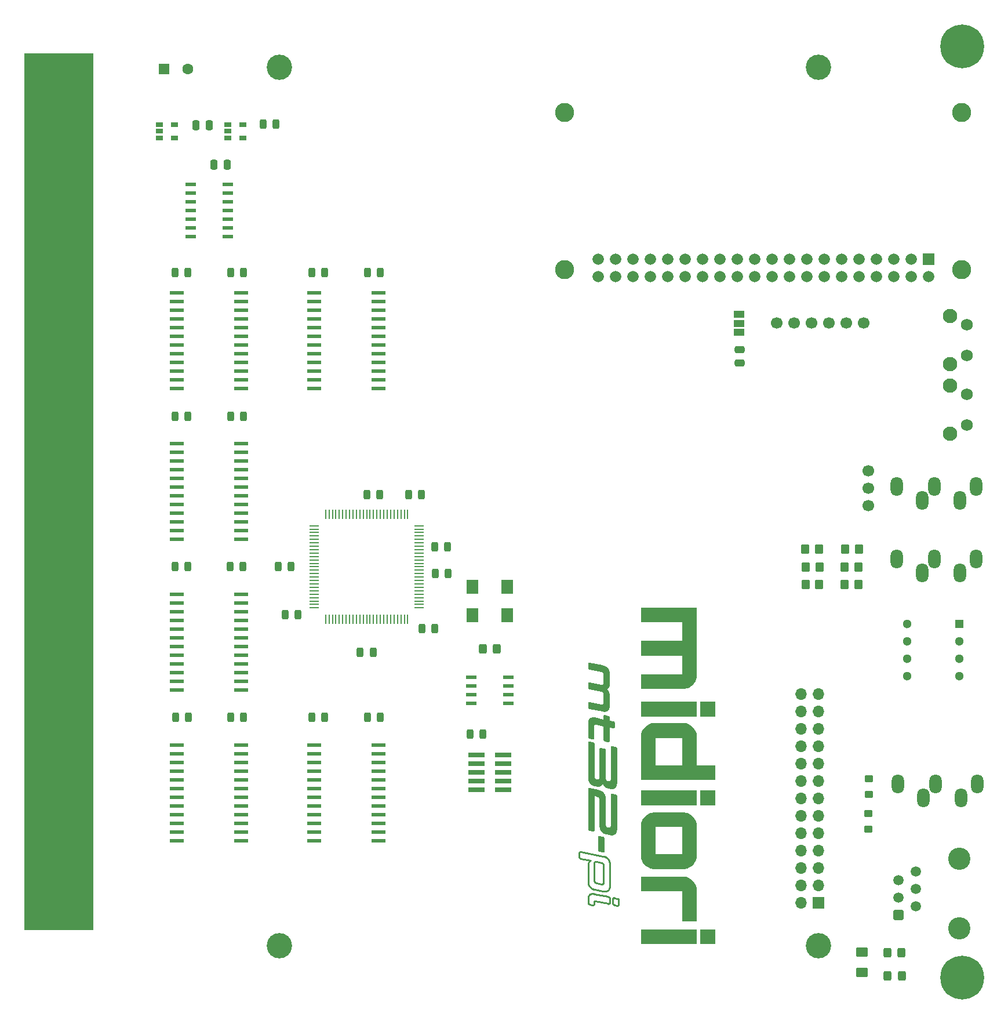
<source format=gbr>
G04 #@! TF.GenerationSoftware,KiCad,Pcbnew,7.0.10*
G04 #@! TF.CreationDate,2024-02-24T20:00:10-06:00*
G04 #@! TF.ProjectId,midiori,6d696469-6f72-4692-9e6b-696361645f70,rev?*
G04 #@! TF.SameCoordinates,Original*
G04 #@! TF.FileFunction,Soldermask,Top*
G04 #@! TF.FilePolarity,Negative*
%FSLAX46Y46*%
G04 Gerber Fmt 4.6, Leading zero omitted, Abs format (unit mm)*
G04 Created by KiCad (PCBNEW 7.0.10) date 2024-02-24 20:00:10*
%MOMM*%
%LPD*%
G01*
G04 APERTURE LIST*
G04 Aperture macros list*
%AMRoundRect*
0 Rectangle with rounded corners*
0 $1 Rounding radius*
0 $2 $3 $4 $5 $6 $7 $8 $9 X,Y pos of 4 corners*
0 Add a 4 corners polygon primitive as box body*
4,1,4,$2,$3,$4,$5,$6,$7,$8,$9,$2,$3,0*
0 Add four circle primitives for the rounded corners*
1,1,$1+$1,$2,$3*
1,1,$1+$1,$4,$5*
1,1,$1+$1,$6,$7*
1,1,$1+$1,$8,$9*
0 Add four rect primitives between the rounded corners*
20,1,$1+$1,$2,$3,$4,$5,0*
20,1,$1+$1,$4,$5,$6,$7,0*
20,1,$1+$1,$6,$7,$8,$9,0*
20,1,$1+$1,$8,$9,$2,$3,0*%
G04 Aperture macros list end*
%ADD10C,0.100000*%
%ADD11C,0.264573*%
%ADD12R,1.800000X2.000000*%
%ADD13R,8.000000X1.800000*%
%ADD14RoundRect,0.250000X-0.325000X-0.450000X0.325000X-0.450000X0.325000X0.450000X-0.325000X0.450000X0*%
%ADD15R,2.000000X0.600000*%
%ADD16R,1.470000X0.280000*%
%ADD17R,0.280000X1.470000*%
%ADD18R,1.500000X0.600000*%
%ADD19R,1.550000X0.600000*%
%ADD20R,1.060000X0.650000*%
%ADD21RoundRect,0.243750X-0.243750X-0.456250X0.243750X-0.456250X0.243750X0.456250X-0.243750X0.456250X0*%
%ADD22R,2.400000X0.740000*%
%ADD23RoundRect,0.243750X0.243750X0.456250X-0.243750X0.456250X-0.243750X-0.456250X0.243750X-0.456250X0*%
%ADD24C,6.400000*%
%ADD25O,1.800000X2.800000*%
%ADD26RoundRect,0.250000X-0.350000X-0.450000X0.350000X-0.450000X0.350000X0.450000X-0.350000X0.450000X0*%
%ADD27C,2.100000*%
%ADD28C,1.750000*%
%ADD29C,2.800000*%
%ADD30R,1.665000X1.665000*%
%ADD31C,1.665000*%
%ADD32RoundRect,0.250001X-0.624999X0.462499X-0.624999X-0.462499X0.624999X-0.462499X0.624999X0.462499X0*%
%ADD33C,3.700000*%
%ADD34R,1.500000X1.000000*%
%ADD35R,1.700000X1.700000*%
%ADD36O,1.700000X1.700000*%
%ADD37C,3.250000*%
%ADD38RoundRect,0.250000X0.510000X-0.510000X0.510000X0.510000X-0.510000X0.510000X-0.510000X-0.510000X0*%
%ADD39C,1.520000*%
%ADD40RoundRect,0.250000X0.350000X0.450000X-0.350000X0.450000X-0.350000X-0.450000X0.350000X-0.450000X0*%
%ADD41RoundRect,0.250000X0.475000X-0.250000X0.475000X0.250000X-0.475000X0.250000X-0.475000X-0.250000X0*%
%ADD42RoundRect,0.250000X0.325000X0.450000X-0.325000X0.450000X-0.325000X-0.450000X0.325000X-0.450000X0*%
%ADD43RoundRect,0.250000X0.250000X0.475000X-0.250000X0.475000X-0.250000X-0.475000X0.250000X-0.475000X0*%
%ADD44C,1.700000*%
%ADD45RoundRect,0.250000X-0.250000X-0.475000X0.250000X-0.475000X0.250000X0.475000X-0.250000X0.475000X0*%
%ADD46RoundRect,0.250000X-0.350000X0.275000X-0.350000X-0.275000X0.350000X-0.275000X0.350000X0.275000X0*%
%ADD47R,1.300000X1.300000*%
%ADD48C,1.300000*%
%ADD49R,1.600000X1.600000*%
%ADD50C,1.600000*%
G04 APERTURE END LIST*
D10*
X54000000Y-175000000D02*
X44000000Y-175000000D01*
X44000000Y-47000000D01*
X54000000Y-47000000D01*
X54000000Y-175000000D01*
G36*
X54000000Y-175000000D02*
G01*
X44000000Y-175000000D01*
X44000000Y-47000000D01*
X54000000Y-47000000D01*
X54000000Y-175000000D01*
G37*
G36*
X144919377Y-143874776D02*
G01*
X142746266Y-143874776D01*
X142746266Y-141715776D01*
X144919377Y-141715776D01*
X144919377Y-143874776D01*
G37*
G36*
X142238266Y-143874776D02*
G01*
X134053821Y-143874776D01*
X134053821Y-141715776D01*
X142238266Y-141715776D01*
X142238266Y-143874776D01*
G37*
G36*
X144919377Y-156800775D02*
G01*
X142746266Y-156800775D01*
X142746266Y-154641775D01*
X144919377Y-154641775D01*
X144919377Y-156800775D01*
G37*
G36*
X142238266Y-156800775D02*
G01*
X134053821Y-156800775D01*
X134053821Y-154641775D01*
X142238266Y-154641775D01*
X142238266Y-156800775D01*
G37*
G36*
X144919377Y-177085496D02*
G01*
X142746266Y-177085496D01*
X142746266Y-174926496D01*
X144919377Y-174926496D01*
X144919377Y-177085496D01*
G37*
G36*
X142238266Y-177085496D02*
G01*
X134053821Y-177085496D01*
X134053821Y-174926496D01*
X142238266Y-174926496D01*
X142238266Y-177085496D01*
G37*
G36*
X140427955Y-167251033D02*
G01*
X140656505Y-167291926D01*
X140876168Y-167358121D01*
X141085310Y-167448012D01*
X141282294Y-167559996D01*
X141465487Y-167692467D01*
X141633252Y-167843822D01*
X141783954Y-168012455D01*
X141915957Y-168196764D01*
X142027627Y-168395142D01*
X142117329Y-168605985D01*
X142183426Y-168827690D01*
X142224283Y-169058652D01*
X142238266Y-169297266D01*
X142238266Y-173812816D01*
X140079266Y-173812816D01*
X140079266Y-169396046D01*
X134053821Y-169396046D01*
X134053821Y-167237046D01*
X140192155Y-167237046D01*
X140427955Y-167251033D01*
G37*
G36*
X142238266Y-137785611D02*
G01*
X142224283Y-138024019D01*
X142183426Y-138254405D01*
X142117329Y-138475225D01*
X142027627Y-138684938D01*
X141915957Y-138882000D01*
X141783954Y-139064868D01*
X141633252Y-139232000D01*
X141465487Y-139381854D01*
X141282294Y-139512886D01*
X141085310Y-139623553D01*
X140876168Y-139712313D01*
X140656505Y-139777623D01*
X140427955Y-139817941D01*
X140192155Y-139831722D01*
X134053821Y-139831722D01*
X134053821Y-137686833D01*
X140079266Y-137686833D01*
X140079266Y-134977500D01*
X134053821Y-134977500D01*
X134053821Y-132804389D01*
X140079266Y-132804389D01*
X140079266Y-130095056D01*
X134053821Y-130095056D01*
X134053821Y-127936056D01*
X142238266Y-127936056D01*
X142238266Y-137785611D01*
G37*
G36*
X140427955Y-144820552D02*
G01*
X140656505Y-144860870D01*
X140876168Y-144926180D01*
X141085310Y-145014940D01*
X141282294Y-145125608D01*
X141465487Y-145256640D01*
X141633252Y-145406493D01*
X141783954Y-145573625D01*
X141915957Y-145756494D01*
X142027627Y-145953556D01*
X142117329Y-146163268D01*
X142183426Y-146384088D01*
X142224283Y-146614474D01*
X142238266Y-146852881D01*
X142238266Y-150959215D01*
X144919377Y-150959215D01*
X144919377Y-153118216D01*
X134053821Y-153118216D01*
X134053821Y-146979881D01*
X136212821Y-146979881D01*
X136212821Y-150959215D01*
X140079266Y-150959215D01*
X140079266Y-146979881D01*
X136212821Y-146979881D01*
X134053821Y-146979881D01*
X134053821Y-146852881D01*
X134067804Y-146614474D01*
X134108661Y-146384088D01*
X134174758Y-146163268D01*
X134264460Y-145953556D01*
X134376130Y-145756494D01*
X134508133Y-145573625D01*
X134658835Y-145406493D01*
X134826600Y-145256640D01*
X135009793Y-145125608D01*
X135206777Y-145014940D01*
X135415919Y-144926180D01*
X135635582Y-144860870D01*
X135864132Y-144820552D01*
X136099932Y-144806770D01*
X140192155Y-144806770D01*
X140427955Y-144820552D01*
G37*
G36*
X140427955Y-157866255D02*
G01*
X140656505Y-157907112D01*
X140876168Y-157973209D01*
X141085310Y-158062911D01*
X141282294Y-158174581D01*
X141465487Y-158306584D01*
X141633252Y-158457286D01*
X141783954Y-158625051D01*
X141915957Y-158808244D01*
X142027627Y-159005228D01*
X142117329Y-159214370D01*
X142183426Y-159434033D01*
X142224283Y-159662583D01*
X142238266Y-159898384D01*
X142238266Y-164103496D01*
X142224283Y-164341904D01*
X142183426Y-164572289D01*
X142117329Y-164793110D01*
X142027627Y-165002822D01*
X141915957Y-165199884D01*
X141783954Y-165382752D01*
X141633252Y-165549884D01*
X141465487Y-165699737D01*
X141282294Y-165830769D01*
X141085310Y-165941436D01*
X140876168Y-166030196D01*
X140656505Y-166095506D01*
X140427955Y-166135824D01*
X140192155Y-166149606D01*
X136099932Y-166149606D01*
X135864132Y-166135824D01*
X135635582Y-166095506D01*
X135415919Y-166030196D01*
X135206777Y-165941436D01*
X135009793Y-165830769D01*
X134826600Y-165699737D01*
X134658835Y-165549884D01*
X134508133Y-165382752D01*
X134376130Y-165199884D01*
X134264460Y-165002822D01*
X134174758Y-164793110D01*
X134108661Y-164572289D01*
X134067804Y-164341904D01*
X134053821Y-164103496D01*
X134053821Y-163990606D01*
X136212821Y-163990606D01*
X140079266Y-163990606D01*
X140079266Y-160011273D01*
X136212821Y-160011273D01*
X136212821Y-163990606D01*
X134053821Y-163990606D01*
X134053821Y-159898384D01*
X134067804Y-159662583D01*
X134108661Y-159434033D01*
X134174758Y-159214370D01*
X134264460Y-159005228D01*
X134376130Y-158808244D01*
X134508133Y-158625051D01*
X134658835Y-158457286D01*
X134826600Y-158306584D01*
X135009793Y-158174581D01*
X135206777Y-158062911D01*
X135415919Y-157973209D01*
X135635582Y-157907112D01*
X135864132Y-157866255D01*
X136099932Y-157852273D01*
X140192155Y-157852273D01*
X140427955Y-157866255D01*
G37*
D11*
X125198141Y-163592847D02*
X125209759Y-163592947D01*
X125209759Y-163592947D02*
X125221816Y-163593581D01*
X125186961Y-163593279D02*
X125198141Y-163592847D01*
X125221816Y-163593581D02*
X125234311Y-163594749D01*
X125176219Y-163594245D02*
X125186961Y-163593279D01*
X125234311Y-163594749D02*
X125247245Y-163596449D01*
X125165916Y-163595744D02*
X125176219Y-163594245D01*
X125247245Y-163596449D02*
X125260617Y-163598683D01*
X125156051Y-163597776D02*
X125165916Y-163595744D01*
X125260617Y-163598683D02*
X125274428Y-163601450D01*
X125146625Y-163600341D02*
X125156051Y-163597776D01*
X125274428Y-163601450D02*
X128532255Y-164250593D01*
X125137637Y-163603440D02*
X125146625Y-163600341D01*
X125129087Y-163607072D02*
X125137637Y-163603440D01*
X125120976Y-163611237D02*
X125129087Y-163607072D01*
X125113304Y-163615935D02*
X125120976Y-163611237D01*
X125106070Y-163621166D02*
X125113304Y-163615935D01*
X125099274Y-163626931D02*
X125106070Y-163621166D01*
X125092917Y-163633229D02*
X125099274Y-163626931D01*
X125086998Y-163640060D02*
X125092917Y-163633229D01*
X125081517Y-163647425D02*
X125086998Y-163640060D01*
X125076475Y-163655322D02*
X125081517Y-163647425D01*
X125071872Y-163663753D02*
X125076475Y-163655322D01*
X125067707Y-163672717D02*
X125071872Y-163663753D01*
X125063980Y-163682215D02*
X125067707Y-163672717D01*
X125060692Y-163692245D02*
X125063980Y-163682215D01*
X125057842Y-163702809D02*
X125060692Y-163692245D01*
X125055431Y-163713906D02*
X125057842Y-163702809D01*
X125053458Y-163725536D02*
X125055431Y-163713906D01*
X125051923Y-163737700D02*
X125053458Y-163725536D01*
X125050827Y-163750396D02*
X125051923Y-163737700D01*
X125050169Y-163763626D02*
X125050827Y-163750396D01*
X125049950Y-163777389D02*
X125050169Y-163763626D01*
X128532255Y-164250593D02*
X128586193Y-164262157D01*
X128586193Y-164262157D02*
X128638804Y-164275617D01*
X128638804Y-164275617D02*
X128690088Y-164290974D01*
X128690088Y-164290974D02*
X128715232Y-164299363D01*
X128715232Y-164299363D02*
X128740045Y-164308227D01*
X128740045Y-164308227D02*
X128764525Y-164317564D01*
X128764525Y-164317564D02*
X128788674Y-164327376D01*
X128788674Y-164327376D02*
X128812492Y-164337661D01*
X128812492Y-164337661D02*
X128835977Y-164348421D01*
X125049950Y-164341606D02*
X125049950Y-163777389D01*
X128835977Y-164348421D02*
X128859131Y-164359655D01*
X125050169Y-164355463D02*
X125049950Y-164341606D01*
X128859131Y-164359655D02*
X128881953Y-164371362D01*
X125050827Y-164368977D02*
X125050169Y-164355463D01*
X128881953Y-164371362D02*
X128904443Y-164383544D01*
X125051923Y-164382146D02*
X125050827Y-164368977D01*
X128904443Y-164383544D02*
X128926602Y-164396200D01*
X125053458Y-164394973D02*
X125051923Y-164382146D01*
X128926602Y-164396200D02*
X128949115Y-164410016D01*
X125055431Y-164407455D02*
X125053458Y-164394973D01*
X128949115Y-164410016D02*
X128971154Y-164424164D01*
X125057842Y-164419594D02*
X125055431Y-164407455D01*
X128971154Y-164424164D02*
X128992719Y-164438644D01*
X125060692Y-164431390D02*
X125057842Y-164419594D01*
X128992719Y-164438644D02*
X129013810Y-164453456D01*
X125063980Y-164442842D02*
X125060692Y-164431390D01*
X129013810Y-164453456D02*
X129034428Y-164468599D01*
X125067707Y-164453950D02*
X125063980Y-164442842D01*
X125071872Y-164464715D02*
X125067707Y-164453950D01*
X129034428Y-164468599D02*
X129054571Y-164484074D01*
X125076475Y-164475136D02*
X125071872Y-164464715D01*
X129054571Y-164484074D02*
X129074240Y-164499881D01*
X125081517Y-164485213D02*
X125076475Y-164475136D01*
X125086998Y-164494947D02*
X125081517Y-164485213D01*
X129074240Y-164499881D02*
X129093436Y-164516019D01*
X125092917Y-164504338D02*
X125086998Y-164494947D01*
X125099274Y-164513384D02*
X125092917Y-164504338D01*
X129093436Y-164516019D02*
X129112157Y-164532490D01*
X125106070Y-164522087D02*
X125099274Y-164513384D01*
X125113304Y-164530447D02*
X125106070Y-164522087D01*
X129112157Y-164532490D02*
X129130404Y-164549292D01*
X125120976Y-164538463D02*
X125113304Y-164530447D01*
X125129087Y-164546135D02*
X125120976Y-164538463D01*
X129130404Y-164549292D02*
X129148178Y-164566425D01*
X125137637Y-164553463D02*
X125129087Y-164546135D01*
X125146625Y-164560448D02*
X125137637Y-164553463D01*
X129148178Y-164566425D02*
X129165477Y-164583891D01*
X125156051Y-164567090D02*
X125146625Y-164560448D01*
X125165916Y-164573388D02*
X125156051Y-164567090D01*
X125176219Y-164579342D02*
X125165916Y-164573388D01*
X129165477Y-164583891D02*
X129182303Y-164601688D01*
X125186961Y-164584952D02*
X125176219Y-164579342D01*
X125198141Y-164590219D02*
X125186961Y-164584952D01*
X125209759Y-164595143D02*
X125198141Y-164590219D01*
X125221816Y-164599722D02*
X125209759Y-164595143D01*
X129182303Y-164601688D02*
X129198654Y-164619817D01*
X125234311Y-164603958D02*
X125221816Y-164599722D01*
X125247245Y-164607851D02*
X125234311Y-164603958D01*
X125274428Y-164614605D02*
X125247245Y-164607851D01*
X129198654Y-164619817D02*
X129214532Y-164638278D01*
X129214532Y-164638278D02*
X129229936Y-164657070D01*
X129229936Y-164657070D02*
X129245624Y-164676171D01*
X129245624Y-164676171D02*
X129260839Y-164695555D01*
X129260839Y-164695555D02*
X129275579Y-164715225D01*
X129275579Y-164715225D02*
X129289846Y-164735179D01*
X129289846Y-164735179D02*
X129303638Y-164755417D01*
X129303638Y-164755417D02*
X129316957Y-164775940D01*
X129316957Y-164775940D02*
X129329802Y-164796747D01*
X129329802Y-164796747D02*
X129342173Y-164817839D01*
X129342173Y-164817839D02*
X129354070Y-164839215D01*
X129354070Y-164839215D02*
X129365493Y-164860875D01*
X129365493Y-164860875D02*
X129376442Y-164882820D01*
X129376442Y-164882820D02*
X129386918Y-164905050D01*
X126681959Y-164893679D02*
X125274428Y-164614605D01*
X126662503Y-164904628D02*
X126681959Y-164893679D01*
X129386918Y-164905050D02*
X129396919Y-164927563D01*
X126643568Y-164916241D02*
X126662503Y-164904628D01*
X129396919Y-164927563D02*
X129406447Y-164950362D01*
X126625155Y-164928517D02*
X126643568Y-164916241D01*
X126607262Y-164941457D02*
X126625155Y-164928517D01*
X129406447Y-164950362D02*
X129415500Y-164973444D01*
X126589891Y-164955060D02*
X126607262Y-164941457D01*
X126573042Y-164969327D02*
X126589891Y-164955060D01*
X129415500Y-164973444D02*
X129424080Y-164996811D01*
X126556714Y-164984257D02*
X126573042Y-164969327D01*
X129424080Y-164996811D02*
X129432895Y-165021174D01*
X126540907Y-164999851D02*
X126556714Y-164984257D01*
X126525621Y-165016108D02*
X126540907Y-164999851D01*
X129432895Y-165021174D02*
X129441143Y-165045726D01*
X126510857Y-165033029D02*
X126525621Y-165016108D01*
X129441143Y-165045726D02*
X129448821Y-165070468D01*
X126496614Y-165050613D02*
X126510857Y-165033029D01*
X127455498Y-165056673D02*
X127440401Y-165057288D01*
X127471020Y-165056720D02*
X127455498Y-165056673D01*
X127440401Y-165057288D02*
X127425732Y-165058568D01*
X127486969Y-165057432D02*
X127471020Y-165056720D01*
X127425732Y-165058568D02*
X127411489Y-165060511D01*
X127503345Y-165058807D02*
X127486969Y-165057432D01*
X127411489Y-165060511D02*
X127397672Y-165063118D01*
X127520147Y-165060846D02*
X127503345Y-165058807D01*
X127397672Y-165063118D02*
X127384282Y-165066389D01*
X127537376Y-165063549D02*
X127520147Y-165060846D01*
X127384282Y-165066389D02*
X127371319Y-165070324D01*
X126482893Y-165068861D02*
X126496614Y-165050613D01*
X127371319Y-165070324D02*
X127358782Y-165074922D01*
X129448821Y-165070468D02*
X129455930Y-165095400D01*
X127358782Y-165074922D02*
X127346671Y-165080184D01*
X127346671Y-165080184D02*
X127334987Y-165086110D01*
X127334987Y-165086110D02*
X127323730Y-165092699D01*
X126469693Y-165087773D02*
X126482893Y-165068861D01*
X127323730Y-165092699D02*
X127312899Y-165099953D01*
X129455930Y-165095400D02*
X129462471Y-165120521D01*
X127312899Y-165099953D02*
X127303348Y-165108579D01*
X126457014Y-165107348D02*
X126469693Y-165087773D01*
X127303348Y-165108579D02*
X127294414Y-165117774D01*
X127294414Y-165117774D02*
X127286096Y-165127538D01*
X129462471Y-165120521D02*
X129468443Y-165145831D01*
X127286096Y-165127538D02*
X127278394Y-165137871D01*
X126444857Y-165127587D02*
X126457014Y-165107348D01*
X127278394Y-165137871D02*
X127271308Y-165148773D01*
X129468443Y-165145831D02*
X129473846Y-165171331D01*
X126433221Y-165148489D02*
X126444857Y-165127587D01*
X127271308Y-165148773D02*
X127264838Y-165160243D01*
X127264838Y-165160243D02*
X127258985Y-165172282D01*
X126422201Y-165170859D02*
X126433221Y-165148489D01*
X129473846Y-165171331D02*
X129478681Y-165197021D01*
X127258985Y-165172282D02*
X127253748Y-165184890D01*
X127253748Y-165184890D02*
X127249126Y-165198067D01*
X126411892Y-165193987D02*
X126422201Y-165170859D01*
X129478681Y-165197021D02*
X129482946Y-165222900D01*
X127249126Y-165198067D02*
X127245121Y-165211812D01*
X127245121Y-165211812D02*
X127241733Y-165226126D01*
X126402294Y-165217874D02*
X126411892Y-165193987D01*
X128301795Y-165221315D02*
X127537376Y-165063549D01*
X129482946Y-165222900D02*
X129486643Y-165248968D01*
X128319000Y-165224632D02*
X128301795Y-165221315D01*
X127241733Y-165226126D02*
X127238960Y-165241009D01*
X128335732Y-165228518D02*
X128319000Y-165224632D01*
X128351989Y-165232973D02*
X128335732Y-165228518D01*
X128367772Y-165237997D02*
X128351989Y-165232973D01*
X127238960Y-165241009D02*
X127236803Y-165256460D01*
X126393407Y-165242520D02*
X126402294Y-165217874D01*
X128383081Y-165243589D02*
X128367772Y-165237997D01*
X129486643Y-165248968D02*
X129489772Y-165275226D01*
X128397917Y-165249751D02*
X128383081Y-165243589D01*
X127236803Y-165256460D02*
X127235263Y-165272480D01*
X128412278Y-165256481D02*
X128397917Y-165249751D01*
X128426165Y-165263780D02*
X128412278Y-165256481D01*
X126385231Y-165267924D02*
X126393407Y-165242520D01*
X128439579Y-165271648D02*
X128426165Y-165263780D01*
X127235263Y-165272480D02*
X127234339Y-165289069D01*
X129489772Y-165275226D02*
X129492331Y-165301674D01*
X128452518Y-165280084D02*
X128439579Y-165271648D01*
X127234339Y-165289069D02*
X127234031Y-165306227D01*
X128464984Y-165289090D02*
X128452518Y-165280084D01*
X126377766Y-165294087D02*
X126385231Y-165267924D01*
X128476975Y-165298664D02*
X128464984Y-165289090D01*
X129492331Y-165301674D02*
X129494322Y-165328311D01*
X127234031Y-165306227D02*
X127234031Y-167799700D01*
X128488492Y-165308807D02*
X128476975Y-165298664D01*
X128499536Y-165319519D02*
X128488492Y-165308807D01*
X126371012Y-165321008D02*
X126377766Y-165294087D01*
X129494322Y-165328311D02*
X129495744Y-165355137D01*
X128510105Y-165330800D02*
X128499536Y-165319519D01*
X128520201Y-165342649D02*
X128510105Y-165330800D01*
X126364968Y-165348688D02*
X126371012Y-165321008D01*
X129495744Y-165355137D02*
X129496597Y-165382153D01*
X128530486Y-165355683D02*
X128520201Y-165342649D01*
X128540107Y-165369000D02*
X128530486Y-165355683D01*
X126359636Y-165377126D02*
X126364968Y-165348688D01*
X129496597Y-165382153D02*
X129496881Y-165409359D01*
X128549065Y-165382603D02*
X128540107Y-165369000D01*
X128557360Y-165396489D02*
X128549065Y-165382603D01*
X126355015Y-165406323D02*
X126359636Y-165377126D01*
X129496881Y-165409359D02*
X129496881Y-168606600D01*
X128564991Y-165410660D02*
X128557360Y-165396489D01*
X128571958Y-165425116D02*
X128564991Y-165410660D01*
X126351105Y-165436278D02*
X126355015Y-165406323D01*
X128578262Y-165439856D02*
X128571958Y-165425116D01*
X128583902Y-165454880D02*
X128578262Y-165439856D01*
X126347905Y-165466992D02*
X126351105Y-165436278D01*
X128588879Y-165470189D02*
X128583902Y-165454880D01*
X128593192Y-165485782D02*
X128588879Y-165470189D01*
X126345417Y-165498464D02*
X126347905Y-165466992D01*
X128596841Y-165501659D02*
X128593192Y-165485782D01*
X128599827Y-165517821D02*
X128596841Y-165501659D01*
X126343640Y-165530695D02*
X126345417Y-165498464D01*
X128602150Y-165534268D02*
X128599827Y-165517821D01*
X128603808Y-165550999D02*
X128602150Y-165534268D01*
X126342573Y-165563684D02*
X126343640Y-165530695D01*
X128604804Y-165568014D02*
X128603808Y-165550999D01*
X128605136Y-165585314D02*
X128604804Y-165568014D01*
X126342218Y-165597431D02*
X126342573Y-165563684D01*
X127234031Y-167799700D02*
X127234339Y-167816976D01*
X127234339Y-167816976D02*
X127235263Y-167833921D01*
X127235263Y-167833921D02*
X127236803Y-167850533D01*
X127236803Y-167850533D02*
X127238960Y-167866814D01*
X127238960Y-167866814D02*
X127241733Y-167882763D01*
X127241733Y-167882763D02*
X127245121Y-167898381D01*
X127245121Y-167898381D02*
X127249126Y-167913666D01*
X127249126Y-167913666D02*
X127253748Y-167928620D01*
X127253748Y-167928620D02*
X127258985Y-167943242D01*
X127258985Y-167943242D02*
X127264838Y-167957532D01*
X127264838Y-167957532D02*
X127271308Y-167971491D01*
X127271308Y-167971491D02*
X127278394Y-167985118D01*
X126342145Y-167975630D02*
X126342218Y-165597431D01*
X127278394Y-167985118D02*
X127286096Y-167998412D01*
X127286096Y-167998412D02*
X127294414Y-168011376D01*
X126342406Y-168002812D02*
X126342145Y-167975630D01*
X127294414Y-168011376D02*
X127303348Y-168024007D01*
X127303348Y-168024007D02*
X127312899Y-168036306D01*
X126343188Y-168029757D02*
X126342406Y-168002812D01*
X127312899Y-168036306D02*
X127323729Y-168048890D01*
X127323729Y-168048890D02*
X127334986Y-168060857D01*
X126344491Y-168056465D02*
X126343188Y-168029757D01*
X127334986Y-168060857D02*
X127346669Y-168072209D01*
X127346669Y-168072209D02*
X127358779Y-168082944D01*
X128605136Y-168078787D02*
X128605136Y-165585314D01*
X126346316Y-168082937D02*
X126344491Y-168056465D01*
X127358779Y-168082944D02*
X127371316Y-168093063D01*
X127371316Y-168093063D02*
X127384279Y-168102566D01*
X128604804Y-168095921D02*
X128605136Y-168078787D01*
X127384279Y-168102566D02*
X127397669Y-168111453D01*
X126348662Y-168109171D02*
X126346316Y-168082937D01*
X127397669Y-168111453D02*
X127411485Y-168119724D01*
X128603808Y-168112439D02*
X128604804Y-168095921D01*
X127411485Y-168119724D02*
X127425729Y-168127378D01*
X127425729Y-168127378D02*
X127440398Y-168134417D01*
X128602150Y-168128341D02*
X128603808Y-168112439D01*
X127440398Y-168134417D02*
X127455495Y-168140840D01*
X126351530Y-168135168D02*
X126348662Y-168109171D01*
X127455495Y-168140840D02*
X127471018Y-168146646D01*
X128599827Y-168143626D02*
X128602150Y-168128341D01*
X127471018Y-168146646D02*
X127486967Y-168151837D01*
X127486967Y-168151837D02*
X127503344Y-168156412D01*
X127503344Y-168156412D02*
X127520147Y-168160371D01*
X128596841Y-168158295D02*
X128599827Y-168143626D01*
X127520147Y-168160371D02*
X127537376Y-168163713D01*
X126354919Y-168160929D02*
X126351530Y-168135168D01*
X127537376Y-168163713D02*
X128301795Y-168321455D01*
X128593192Y-168172349D02*
X128596841Y-168158295D01*
X128588879Y-168185786D02*
X128593192Y-168172349D01*
X126358829Y-168186452D02*
X126354919Y-168160929D01*
X128583902Y-168198606D02*
X128588879Y-168185786D01*
X128581165Y-168204786D02*
X128583902Y-168198606D01*
X128578262Y-168210811D02*
X128581165Y-168204786D01*
X126363260Y-168211739D02*
X126358829Y-168186452D01*
X128575193Y-168216682D02*
X128578262Y-168210811D01*
X128571958Y-168222399D02*
X128575193Y-168216682D01*
X128568557Y-168227963D02*
X128571958Y-168222399D01*
X128564991Y-168233372D02*
X128568557Y-168227963D01*
X126368213Y-168236788D02*
X126363260Y-168211739D01*
X128561258Y-168238627D02*
X128564991Y-168233372D01*
X128557360Y-168243728D02*
X128561258Y-168238627D01*
X128553296Y-168248675D02*
X128557360Y-168243728D01*
X128549066Y-168253467D02*
X128553296Y-168248675D01*
X128544670Y-168258106D02*
X128549066Y-168253467D01*
X126373688Y-168261601D02*
X126368213Y-168236788D01*
X128540108Y-168262591D02*
X128544670Y-168258106D01*
X128535380Y-168266922D02*
X128540108Y-168262591D01*
X128530486Y-168271098D02*
X128535380Y-168266922D01*
X128525427Y-168275121D02*
X128530486Y-168271098D01*
X128520201Y-168278990D02*
X128525427Y-168275121D01*
X126379683Y-168286176D02*
X126373688Y-168261601D01*
X128510105Y-168286975D02*
X128520201Y-168278990D01*
X128499536Y-168294249D02*
X128510105Y-168286975D01*
X128488492Y-168300813D02*
X128499536Y-168294249D01*
X128476975Y-168306666D02*
X128488492Y-168300813D01*
X126386201Y-168310515D02*
X126379683Y-168286176D01*
X128464983Y-168311808D02*
X128476975Y-168306666D01*
X128452518Y-168316239D02*
X128464983Y-168311808D01*
X128439578Y-168319959D02*
X128452518Y-168316239D01*
X128301795Y-168321455D02*
X128319000Y-168324132D01*
X128426165Y-168322969D02*
X128439578Y-168319959D01*
X128319000Y-168324132D02*
X128335732Y-168326099D01*
X128412278Y-168325268D02*
X128426165Y-168322969D01*
X128335732Y-168326099D02*
X128351989Y-168327354D01*
X128397916Y-168326855D02*
X128412278Y-168325268D01*
X128351989Y-168327354D02*
X128367772Y-168327899D01*
X128383081Y-168327733D02*
X128397916Y-168326855D01*
X128367772Y-168327899D02*
X128383081Y-168327733D01*
X126393239Y-168334617D02*
X126386201Y-168310515D01*
X126400799Y-168358481D02*
X126393239Y-168334617D01*
X126408880Y-168382109D02*
X126400799Y-168358481D01*
X126418170Y-168406211D02*
X126408880Y-168382109D01*
X126427840Y-168429981D02*
X126418170Y-168406211D01*
X126437889Y-168453419D02*
X126427840Y-168429981D01*
X126448317Y-168476525D02*
X126437889Y-168453419D01*
X126459124Y-168499300D02*
X126448317Y-168476525D01*
X126470310Y-168521742D02*
X126459124Y-168499300D01*
X126481876Y-168543853D02*
X126470310Y-168521742D01*
X126493820Y-168565632D02*
X126481876Y-168543853D01*
X126506144Y-168587079D02*
X126493820Y-168565632D01*
X129496881Y-168606600D02*
X129496597Y-168633663D01*
X126518846Y-168608195D02*
X126506144Y-168587079D01*
X126531928Y-168628978D02*
X126518846Y-168608195D01*
X129496597Y-168633663D02*
X129495744Y-168660253D01*
X126545389Y-168649430D02*
X126531928Y-168628978D01*
X129495744Y-168660253D02*
X129494322Y-168686369D01*
X126559229Y-168669550D02*
X126545389Y-168649430D01*
X129494322Y-168686369D02*
X129492331Y-168712011D01*
X126573448Y-168689338D02*
X126559229Y-168669550D01*
X126588047Y-168708794D02*
X126573448Y-168689338D01*
X129492331Y-168712011D02*
X129489772Y-168737178D01*
X126603024Y-168727919D02*
X126588047Y-168708794D01*
X129489772Y-168737178D02*
X129486643Y-168761872D01*
X126619138Y-168746689D02*
X126603024Y-168727919D01*
X129486643Y-168761872D02*
X129482946Y-168786092D01*
X126635631Y-168765080D02*
X126619138Y-168746689D01*
X126652503Y-168783091D02*
X126635631Y-168765080D01*
X129482946Y-168786092D02*
X129478681Y-168809838D01*
X126669754Y-168800724D02*
X126652503Y-168783091D01*
X129478681Y-168809838D02*
X129473846Y-168833110D01*
X126687385Y-168817977D02*
X126669754Y-168800724D01*
X129473846Y-168833110D02*
X129468443Y-168855908D01*
X126705395Y-168834851D02*
X126687385Y-168817977D01*
X126723785Y-168851345D02*
X126705395Y-168834851D01*
X129468443Y-168855908D02*
X129462471Y-168878233D01*
X126742553Y-168867460D02*
X126723785Y-168851345D01*
X129462471Y-168878233D02*
X129455930Y-168900083D01*
X126761701Y-168883196D02*
X126742553Y-168867460D01*
X126781229Y-168898553D02*
X126761701Y-168883196D01*
X129455930Y-168900083D02*
X129448821Y-168921459D01*
X126801135Y-168913530D02*
X126781229Y-168898553D01*
X129448821Y-168921459D02*
X129441143Y-168942361D01*
X126821421Y-168928128D02*
X126801135Y-168913530D01*
X126842086Y-168942347D02*
X126821421Y-168928128D01*
X129441143Y-168942361D02*
X129432895Y-168962790D01*
X126863131Y-168956187D02*
X126842086Y-168942347D01*
X129432895Y-168962790D02*
X129424080Y-168982744D01*
X126884554Y-168969648D02*
X126863131Y-168956187D01*
X126906357Y-168982729D02*
X126884554Y-168969648D01*
X129424080Y-168982744D02*
X129415501Y-169002981D01*
X126929250Y-168996118D02*
X126906357Y-168982729D01*
X129415501Y-169002981D02*
X129406448Y-169022745D01*
X126952426Y-169008986D02*
X126929250Y-168996118D01*
X126975887Y-169021333D02*
X126952426Y-169008986D01*
X129406448Y-169022745D02*
X129396921Y-169042035D01*
X126999633Y-169033158D02*
X126975887Y-169021333D01*
X129396921Y-169042035D02*
X129386920Y-169060851D01*
X127023663Y-169044462D02*
X126999633Y-169033158D01*
X127047977Y-169055245D02*
X127023663Y-169044462D01*
X129386920Y-169060851D02*
X129376445Y-169079193D01*
X127072576Y-169065506D02*
X127047977Y-169055245D01*
X127097459Y-169075246D02*
X127072576Y-169065506D01*
X129376445Y-169079193D02*
X129365496Y-169097061D01*
X127122627Y-169084464D02*
X127097459Y-169075246D01*
X127148079Y-169093162D02*
X127122627Y-169084464D01*
X129365496Y-169097061D02*
X129354073Y-169114456D01*
X127173815Y-169101338D02*
X127148079Y-169093162D01*
X127199836Y-169108992D02*
X127173815Y-169101338D01*
X129354073Y-169114456D02*
X129342176Y-169131377D01*
X127226141Y-169116126D02*
X127199836Y-169108992D01*
X127252731Y-169122737D02*
X127226141Y-169116126D01*
X127279605Y-169128828D02*
X127252731Y-169122737D01*
X129342176Y-169131377D02*
X129329805Y-169147824D01*
X127306763Y-169134397D02*
X127279605Y-169128828D01*
X129329805Y-169147824D02*
X129316960Y-169163797D01*
X129316960Y-169163797D02*
X129303641Y-169179296D01*
X129303641Y-169179296D02*
X129289848Y-169194322D01*
X129289848Y-169194322D02*
X129275581Y-169208873D01*
X129275581Y-169208873D02*
X129260840Y-169222951D01*
X129260840Y-169222951D02*
X129245625Y-169236555D01*
X129245625Y-169236555D02*
X129229936Y-169249685D01*
X129229936Y-169249685D02*
X129214532Y-169262292D01*
X129214532Y-169262292D02*
X129198654Y-169274330D01*
X129198654Y-169274330D02*
X129182302Y-169285799D01*
X129182302Y-169285799D02*
X129165476Y-169296700D01*
X129165476Y-169296700D02*
X129148177Y-169307031D01*
X129148177Y-169307031D02*
X129130403Y-169316795D01*
X129130403Y-169316795D02*
X129112156Y-169325989D01*
X129112156Y-169325989D02*
X129093434Y-169334615D01*
X129093434Y-169334615D02*
X129074239Y-169342672D01*
X129074239Y-169342672D02*
X129054570Y-169350160D01*
X129054570Y-169350160D02*
X129034427Y-169357079D01*
X129034427Y-169357079D02*
X129013809Y-169363430D01*
X129013809Y-169363430D02*
X128992718Y-169369212D01*
X128992718Y-169369212D02*
X128971154Y-169374426D01*
X128971154Y-169374426D02*
X128949115Y-169379070D01*
X128532255Y-169377062D02*
X127306763Y-169134397D01*
X128949115Y-169379070D02*
X128926602Y-169383146D01*
X128559390Y-169382065D02*
X128532255Y-169377062D01*
X128926602Y-169383146D02*
X128904443Y-169387389D01*
X128586193Y-169386452D02*
X128559390Y-169382065D01*
X128904443Y-169387389D02*
X128881953Y-169391016D01*
X128612664Y-169390223D02*
X128586193Y-169386452D01*
X128881953Y-169391016D02*
X128859131Y-169394026D01*
X128638804Y-169393377D02*
X128612664Y-169390223D01*
X128859131Y-169394026D02*
X128835977Y-169396419D01*
X128664612Y-169395914D02*
X128638804Y-169393377D01*
X128835977Y-169396419D02*
X128812492Y-169398196D01*
X128690088Y-169397836D02*
X128664612Y-169395914D01*
X128812492Y-169398196D02*
X128788674Y-169399357D01*
X128715232Y-169399141D02*
X128690088Y-169397836D01*
X128788674Y-169399357D02*
X128764525Y-169399901D01*
X128740045Y-169399829D02*
X128715232Y-169399141D01*
X128764525Y-169399901D02*
X128740045Y-169399829D01*
X126992705Y-169737171D02*
X127040268Y-169738948D01*
X126946707Y-169737527D02*
X126992705Y-169737171D01*
X127040268Y-169738948D02*
X127089396Y-169742859D01*
X126902272Y-169740015D02*
X126946707Y-169737527D01*
X127089396Y-169742859D02*
X127140087Y-169748901D01*
X126859401Y-169744636D02*
X126902272Y-169740015D01*
X127140087Y-169748901D02*
X127192342Y-169757077D01*
X126818094Y-169751390D02*
X126859401Y-169744636D01*
X127192342Y-169757077D02*
X127246161Y-169767385D01*
X126778352Y-169760277D02*
X126818094Y-169751390D01*
X127246161Y-169767385D02*
X129272531Y-170173864D01*
X126740173Y-169771296D02*
X126778352Y-169760277D01*
X126703559Y-169784449D02*
X126740173Y-169771296D01*
X126668509Y-169799735D02*
X126703559Y-169784449D01*
X126635022Y-169817153D02*
X126668509Y-169799735D01*
X126603100Y-169836704D02*
X126635022Y-169817153D01*
X126572742Y-169858389D02*
X126603100Y-169836704D01*
X126544826Y-169882869D02*
X126572742Y-169858389D01*
X126518710Y-169909293D02*
X126544826Y-169882869D01*
X126494396Y-169937661D02*
X126518710Y-169909293D01*
X126471883Y-169967971D02*
X126494396Y-169937661D01*
X126451170Y-170000225D02*
X126471883Y-169967971D01*
X126432259Y-170034422D02*
X126451170Y-170000225D01*
X126415149Y-170070562D02*
X126432259Y-170034422D01*
X126399840Y-170108645D02*
X126415149Y-170070562D01*
X126386332Y-170148672D02*
X126399840Y-170108645D01*
X129272531Y-170173864D02*
X129299714Y-170179883D01*
X129299714Y-170179883D02*
X129312647Y-170183426D01*
X129312647Y-170183426D02*
X129325143Y-170187324D01*
X129325143Y-170187324D02*
X129337200Y-170191578D01*
X126374625Y-170190642D02*
X126386332Y-170148672D01*
X129337200Y-170191578D02*
X129348818Y-170196187D01*
X129348818Y-170196187D02*
X129359998Y-170201152D01*
X129359998Y-170201152D02*
X129370740Y-170206472D01*
X129370740Y-170206472D02*
X129381043Y-170212148D01*
X129381043Y-170212148D02*
X129390908Y-170218179D01*
X129390908Y-170218179D02*
X129400334Y-170224566D01*
X129400334Y-170224566D02*
X129409322Y-170231308D01*
X129409322Y-170231308D02*
X129417871Y-170238406D01*
X126364719Y-170234555D02*
X126374625Y-170190642D01*
X129417871Y-170238406D02*
X129425982Y-170245859D01*
X129425982Y-170245859D02*
X129433655Y-170253667D01*
X129433655Y-170253667D02*
X129440889Y-170261832D01*
X129440889Y-170261832D02*
X129447685Y-170270351D01*
X129447685Y-170270351D02*
X129454042Y-170279227D01*
X129454042Y-170279227D02*
X129459961Y-170288457D01*
X126356615Y-170280412D02*
X126364719Y-170234555D01*
X129459961Y-170288457D02*
X129465441Y-170298043D01*
X129465441Y-170298043D02*
X129470483Y-170307985D01*
X129470483Y-170307985D02*
X129475087Y-170318282D01*
X129475087Y-170318282D02*
X129479252Y-170328935D01*
X126350311Y-170328212D02*
X126356615Y-170280412D01*
X129479252Y-170328935D02*
X129482979Y-170339943D01*
X129482979Y-170339943D02*
X129486267Y-170351307D01*
X130105665Y-170343026D02*
X130117721Y-170343334D01*
X130094046Y-170343240D02*
X130105665Y-170343026D01*
X130117721Y-170343334D02*
X130130217Y-170344163D01*
X130082866Y-170343974D02*
X130094046Y-170343240D01*
X130130217Y-170344163D02*
X130143150Y-170345514D01*
X130072124Y-170345231D02*
X130082866Y-170343974D01*
X130143150Y-170345514D02*
X130156523Y-170347386D01*
X130061821Y-170347008D02*
X130072124Y-170345231D01*
X130156523Y-170347386D02*
X130170333Y-170349779D01*
X130051957Y-170349307D02*
X130061821Y-170347008D01*
X130170333Y-170349779D02*
X130595014Y-170434721D01*
X129486267Y-170351307D02*
X129489117Y-170363026D01*
X130042530Y-170352127D02*
X130051957Y-170349307D01*
X130033542Y-170355469D02*
X130042530Y-170352127D01*
X130024993Y-170359332D02*
X130033542Y-170355469D01*
X129489117Y-170363026D02*
X129491528Y-170375100D01*
X130016882Y-170363716D02*
X130024993Y-170359332D01*
X130009209Y-170368622D02*
X130016882Y-170363716D01*
X130001975Y-170374049D02*
X130009209Y-170368622D01*
X129491528Y-170375100D02*
X129493501Y-170387530D01*
X126345808Y-170377955D02*
X126350311Y-170328212D01*
X129995180Y-170379997D02*
X130001975Y-170374049D01*
X129988822Y-170386467D02*
X129995180Y-170379997D01*
X129493501Y-170387530D02*
X129495035Y-170400316D01*
X129982903Y-170393458D02*
X129988822Y-170386467D01*
X129495035Y-170400316D02*
X129496131Y-170413457D01*
X129977423Y-170400970D02*
X129982903Y-170393458D01*
X129972381Y-170409004D02*
X129977423Y-170400970D01*
X129496131Y-170413457D02*
X129496789Y-170426953D01*
X129967778Y-170417559D02*
X129972381Y-170409004D01*
X129963612Y-170426635D02*
X129967778Y-170417559D01*
X129496789Y-170426953D02*
X129497008Y-170440805D01*
X126343107Y-170429641D02*
X126345808Y-170377955D01*
X130595014Y-170434721D02*
X130622196Y-170441474D01*
X129959886Y-170436233D02*
X129963612Y-170426635D01*
X129497008Y-170440805D02*
X129497008Y-171005022D01*
X130622196Y-170441474D02*
X130635130Y-170445366D01*
X130635130Y-170445366D02*
X130647625Y-170449602D01*
X129956597Y-170446352D02*
X129959886Y-170436233D01*
X130647625Y-170449602D02*
X130659682Y-170454181D01*
X130659682Y-170454181D02*
X130671301Y-170459104D01*
X129953748Y-170456992D02*
X129956597Y-170446352D01*
X130671301Y-170459104D02*
X130682481Y-170464371D01*
X130682481Y-170464371D02*
X130693222Y-170469981D01*
X129951336Y-170468154D02*
X129953748Y-170456992D01*
X130693222Y-170469981D02*
X130703526Y-170475935D01*
X130703526Y-170475935D02*
X130713390Y-170482232D01*
X129949363Y-170479837D02*
X129951336Y-170468154D01*
X130713390Y-170482232D02*
X130722817Y-170488873D01*
X126342206Y-170483271D02*
X126343107Y-170429641D01*
X130722817Y-170488873D02*
X130731805Y-170495858D01*
X129947829Y-170492041D02*
X129949363Y-170479837D01*
X130731805Y-170495858D02*
X130740354Y-170503187D01*
X130740354Y-170503187D02*
X130748465Y-170510859D01*
X129946733Y-170504767D02*
X129947829Y-170492041D01*
X130748465Y-170510859D02*
X130756138Y-170518874D01*
X129946075Y-170518014D02*
X129946733Y-170504767D01*
X130756138Y-170518874D02*
X130763372Y-170527234D01*
X130763372Y-170527234D02*
X130770167Y-170535936D01*
X129945856Y-170531782D02*
X129946075Y-170518014D01*
X130770167Y-170535936D02*
X130776525Y-170544983D01*
X130776525Y-170544983D02*
X130782443Y-170554373D01*
X130782443Y-170554373D02*
X130787924Y-170564107D01*
X130787924Y-170564107D02*
X130792966Y-170574185D01*
X130792966Y-170574185D02*
X130797569Y-170584606D01*
X130797569Y-170584606D02*
X130801735Y-170595371D01*
X130801735Y-170595371D02*
X130805461Y-170606479D01*
X130805461Y-170606479D02*
X130808749Y-170617932D01*
X130808749Y-170617932D02*
X130811599Y-170629727D01*
X130811599Y-170629727D02*
X130814011Y-170641867D01*
X130814011Y-170641867D02*
X130815984Y-170654350D01*
X130815984Y-170654350D02*
X130817518Y-170667177D01*
X130817518Y-170667177D02*
X130818614Y-170680348D01*
X130818614Y-170680348D02*
X130819272Y-170693862D01*
X130819272Y-170693862D02*
X130819491Y-170707720D01*
X130819491Y-170707720D02*
X130819491Y-171271936D01*
X127336872Y-170803060D02*
X127329597Y-170803275D01*
X127344290Y-170803178D02*
X127336872Y-170803060D01*
X127329597Y-170803275D02*
X127322463Y-170803821D01*
X127351849Y-170803627D02*
X127344290Y-170803178D01*
X127322463Y-170803821D02*
X127315472Y-170804699D01*
X127359551Y-170804409D02*
X127351849Y-170803627D01*
X127315472Y-170804699D02*
X127308623Y-170805909D01*
X127367396Y-170805522D02*
X127359551Y-170804409D01*
X127308623Y-170805909D02*
X127301917Y-170807451D01*
X127375382Y-170806967D02*
X127367396Y-170805522D01*
X127301917Y-170807451D02*
X127295352Y-170809325D01*
X127383510Y-170808745D02*
X127375382Y-170806967D01*
X127295352Y-170809325D02*
X127288930Y-170811531D01*
X127391781Y-170810854D02*
X127383510Y-170808745D01*
X127288930Y-170811531D02*
X127282650Y-170814069D01*
X127282650Y-170814069D02*
X127276512Y-170816938D01*
X127276512Y-170816938D02*
X127273899Y-170818888D01*
X127273899Y-170818888D02*
X127271369Y-170820944D01*
X127271369Y-170820944D02*
X127268922Y-170823107D01*
X127268922Y-170823107D02*
X127266558Y-170825376D01*
X127266558Y-170825376D02*
X127264277Y-170827752D01*
X127264277Y-170827752D02*
X127262079Y-170830234D01*
X127262079Y-170830234D02*
X127259964Y-170832824D01*
X127259964Y-170832824D02*
X127257932Y-170835519D01*
X127257932Y-170835519D02*
X127255983Y-170838322D01*
X127255983Y-170838322D02*
X127254116Y-170841231D01*
X127254116Y-170841231D02*
X127252333Y-170844247D01*
X127252333Y-170844247D02*
X127250633Y-170847369D01*
X127250633Y-170847369D02*
X127249015Y-170850598D01*
X127249015Y-170850598D02*
X127247481Y-170853934D01*
X127247481Y-170853934D02*
X127244661Y-170860925D01*
X127244661Y-170860925D02*
X127242172Y-170868343D01*
X127242172Y-170868343D02*
X127240016Y-170876188D01*
X127240016Y-170876188D02*
X127238191Y-170884459D01*
X127238191Y-170884459D02*
X127236698Y-170893157D01*
X127236698Y-170893157D02*
X127235537Y-170902281D01*
X127235537Y-170902281D02*
X127234707Y-170911832D01*
X127234707Y-170911832D02*
X127234209Y-170921810D01*
X127234209Y-170921810D02*
X127234044Y-170932215D01*
X127234044Y-170932215D02*
X127234044Y-171187021D01*
X129497008Y-171005022D02*
X129496789Y-171018791D01*
X126342206Y-171011084D02*
X126342206Y-170483271D01*
X129496789Y-171018791D02*
X129496131Y-171032039D01*
X126342425Y-171024936D02*
X126342206Y-171011084D01*
X129496131Y-171032039D02*
X129495035Y-171044765D01*
X126343083Y-171038432D02*
X126342425Y-171024936D01*
X129495035Y-171044765D02*
X129493501Y-171056970D01*
X126344179Y-171051573D02*
X126343083Y-171038432D01*
X129493501Y-171056970D02*
X129491528Y-171068653D01*
X126345714Y-171064358D02*
X126344179Y-171051573D01*
X129491528Y-171068653D02*
X129489117Y-171079816D01*
X126347687Y-171076788D02*
X126345714Y-171064358D01*
X129489117Y-171079816D02*
X129486267Y-171090456D01*
X126350098Y-171088863D02*
X126347687Y-171076788D01*
X129486267Y-171090456D02*
X129482979Y-171100576D01*
X129945856Y-171095999D02*
X129945856Y-170531782D01*
X129482979Y-171100576D02*
X129479252Y-171110174D01*
X126352948Y-171100582D02*
X126350098Y-171088863D01*
X129946075Y-171109851D02*
X129945856Y-171095999D01*
X129479252Y-171110174D02*
X129475087Y-171119250D01*
X126356236Y-171111945D02*
X126352948Y-171100582D01*
X129475087Y-171119250D02*
X129470483Y-171127806D01*
X126359963Y-171122953D02*
X126356236Y-171111945D01*
X129946733Y-171123347D02*
X129946075Y-171109851D01*
X129470483Y-171127806D02*
X129465441Y-171135839D01*
X126364128Y-171133606D02*
X126359963Y-171122953D01*
X129465441Y-171135839D02*
X129459961Y-171143352D01*
X129947829Y-171136488D02*
X129946733Y-171123347D01*
X129459961Y-171143352D02*
X129454042Y-171150343D01*
X126368731Y-171143903D02*
X126364128Y-171133606D01*
X129949363Y-171149274D02*
X129947829Y-171136488D01*
X129454042Y-171150343D02*
X129447685Y-171156812D01*
X126373773Y-171153844D02*
X126368731Y-171143903D01*
X129447685Y-171156812D02*
X129440889Y-171162761D01*
X129951336Y-171161704D02*
X129949363Y-171149274D01*
X129440889Y-171162761D02*
X129433655Y-171168187D01*
X126379254Y-171163431D02*
X126373773Y-171153844D01*
X129433655Y-171168187D02*
X129425982Y-171173093D01*
X126385173Y-171172661D02*
X126379254Y-171163431D01*
X129425982Y-171173093D02*
X129417871Y-171177477D01*
X129953748Y-171173778D02*
X129951336Y-171161704D01*
X129417871Y-171177477D02*
X129409322Y-171181340D01*
X129409322Y-171181340D02*
X129400334Y-171184681D01*
X126391530Y-171181536D02*
X126385173Y-171172661D01*
X129400334Y-171184681D02*
X129390908Y-171187501D01*
X129956597Y-171185497D02*
X129953748Y-171173778D01*
X129272531Y-171187021D02*
X127391781Y-170810854D01*
X127234044Y-171187021D02*
X127233824Y-171200791D01*
X129390908Y-171187501D02*
X129381043Y-171189799D01*
X129286341Y-171189415D02*
X129272531Y-171187021D01*
X129381043Y-171189799D02*
X129370740Y-171191576D01*
X126398325Y-171190056D02*
X126391530Y-171181536D01*
X129299714Y-171191288D02*
X129286341Y-171189415D01*
X129370740Y-171191576D02*
X129359998Y-171192832D01*
X129312647Y-171192640D02*
X129299714Y-171191288D01*
X129359998Y-171192832D02*
X129348818Y-171193566D01*
X129325143Y-171193470D02*
X129312647Y-171192640D01*
X129348818Y-171193566D02*
X129337200Y-171193779D01*
X129337200Y-171193779D02*
X129325143Y-171193470D01*
X129959886Y-171196861D02*
X129956597Y-171185497D01*
X126405560Y-171198220D02*
X126398325Y-171190056D01*
X127233824Y-171200791D02*
X127233167Y-171214039D01*
X126413232Y-171206028D02*
X126405560Y-171198220D01*
X129963612Y-171207869D02*
X129959886Y-171196861D01*
X126421343Y-171213482D02*
X126413232Y-171206028D01*
X127233167Y-171214039D02*
X127232071Y-171226765D01*
X129967778Y-171218521D02*
X129963612Y-171207869D01*
X126429893Y-171220579D02*
X126421343Y-171213482D01*
X127232071Y-171226765D02*
X127230536Y-171238970D01*
X126438880Y-171227322D02*
X126429893Y-171220579D01*
X129972381Y-171228818D02*
X129967778Y-171218521D01*
X126448307Y-171233708D02*
X126438880Y-171227322D01*
X129977423Y-171238760D02*
X129972381Y-171228818D01*
X127230536Y-171238970D02*
X127228563Y-171250654D01*
X126458171Y-171239739D02*
X126448307Y-171233708D01*
X126468475Y-171245415D02*
X126458171Y-171239739D01*
X129982903Y-171248346D02*
X129977423Y-171238760D01*
X127228563Y-171250654D02*
X127226152Y-171261816D01*
X126479216Y-171250736D02*
X126468475Y-171245415D01*
X126490396Y-171255700D02*
X126479216Y-171250736D01*
X129988822Y-171257576D02*
X129982903Y-171248346D01*
X126502015Y-171260310D02*
X126490396Y-171255700D01*
X127226152Y-171261816D02*
X127223302Y-171272457D01*
X126514072Y-171264564D02*
X126502015Y-171260310D01*
X129995180Y-171266451D02*
X129988822Y-171257576D01*
X126526567Y-171268462D02*
X126514072Y-171264564D01*
X130819491Y-171271936D02*
X130819272Y-171285700D01*
X126539501Y-171272005D02*
X126526567Y-171268462D01*
X127223302Y-171272457D02*
X127220014Y-171282577D01*
X130001975Y-171274971D02*
X129995180Y-171266451D01*
X126566683Y-171278025D02*
X126539501Y-171272005D01*
X127220014Y-171282577D02*
X127216287Y-171292175D01*
X130009209Y-171283135D02*
X130001975Y-171274971D01*
X130819272Y-171285700D02*
X130818614Y-171298930D01*
X130016882Y-171290944D02*
X130009209Y-171283135D01*
X127216287Y-171292175D02*
X127212122Y-171301251D01*
X130024993Y-171298397D02*
X130016882Y-171290944D01*
X130818614Y-171298930D02*
X130817518Y-171311627D01*
X127212122Y-171301251D02*
X127207518Y-171309807D01*
X130033542Y-171305494D02*
X130024993Y-171298397D01*
X127207518Y-171309807D02*
X127202476Y-171317840D01*
X130817518Y-171311627D02*
X130815984Y-171323791D01*
X130042530Y-171312237D02*
X130033542Y-171305494D01*
X127202476Y-171317840D02*
X127196996Y-171325353D01*
X130051957Y-171318623D02*
X130042530Y-171312237D01*
X130815984Y-171323791D02*
X130814011Y-171335421D01*
X130061821Y-171324655D02*
X130051957Y-171318623D01*
X127196996Y-171325353D02*
X127191077Y-171332344D01*
X130072124Y-171330330D02*
X130061821Y-171324655D01*
X127191077Y-171332344D02*
X127184720Y-171338814D01*
X130814011Y-171335421D02*
X130811599Y-171346518D01*
X130082866Y-171335651D02*
X130072124Y-171330330D01*
X127184720Y-171338814D02*
X127177924Y-171344762D01*
X130094046Y-171340616D02*
X130082866Y-171335651D01*
X127177924Y-171344762D02*
X127170690Y-171350189D01*
X130105665Y-171345225D02*
X130094046Y-171340616D01*
X130811599Y-171346518D02*
X130808749Y-171357082D01*
X130117721Y-171349479D02*
X130105665Y-171345225D01*
X127170690Y-171350189D02*
X127163018Y-171355094D01*
X130130217Y-171353377D02*
X130117721Y-171349479D01*
X127163018Y-171355094D02*
X127154907Y-171359478D01*
X130143150Y-171356920D02*
X130130217Y-171353377D01*
X130808749Y-171357082D02*
X130805461Y-171367113D01*
X127154907Y-171359478D02*
X127146357Y-171363341D01*
X130170333Y-171362940D02*
X130143150Y-171356920D01*
X127146357Y-171363341D02*
X127137369Y-171366682D01*
X127137369Y-171366682D02*
X127127943Y-171369502D01*
X130805461Y-171367113D02*
X130801735Y-171376610D01*
X127009566Y-171369024D02*
X126566683Y-171278025D01*
X127127943Y-171369502D02*
X127118078Y-171371800D01*
X127023377Y-171371418D02*
X127009566Y-171369024D01*
X127118078Y-171371800D02*
X127107775Y-171373577D01*
X127036749Y-171373291D02*
X127023377Y-171371418D01*
X127107775Y-171373577D02*
X127097034Y-171374833D01*
X127049683Y-171374642D02*
X127036749Y-171373291D01*
X127097034Y-171374833D02*
X127085854Y-171375567D01*
X127062178Y-171375472D02*
X127049683Y-171374642D01*
X127085854Y-171375567D02*
X127074235Y-171375780D01*
X127074235Y-171375780D02*
X127062178Y-171375472D01*
X130801735Y-171376610D02*
X130797569Y-171385574D01*
X130797569Y-171385574D02*
X130792966Y-171394005D01*
X130792966Y-171394005D02*
X130787924Y-171401903D01*
X130787924Y-171401903D02*
X130782443Y-171409267D01*
X130782443Y-171409267D02*
X130776525Y-171416098D01*
X130776525Y-171416098D02*
X130770167Y-171422396D01*
X130770167Y-171422396D02*
X130763372Y-171428161D01*
X130763372Y-171428161D02*
X130756138Y-171433393D01*
X130756138Y-171433393D02*
X130748465Y-171438091D01*
X130748465Y-171438091D02*
X130740354Y-171442256D01*
X130740354Y-171442256D02*
X130731805Y-171445888D01*
X130731805Y-171445888D02*
X130722817Y-171448986D01*
X130595014Y-171447878D02*
X130170333Y-171362940D01*
X130722817Y-171448986D02*
X130713390Y-171451551D01*
X130608824Y-171450645D02*
X130595014Y-171447878D01*
X130713390Y-171451551D02*
X130703526Y-171453584D01*
X130622196Y-171452878D02*
X130608824Y-171450645D01*
X130703526Y-171453584D02*
X130693222Y-171455082D01*
X130635130Y-171454579D02*
X130622196Y-171452878D01*
X130693222Y-171455082D02*
X130682481Y-171456048D01*
X130647625Y-171455746D02*
X130635130Y-171454579D01*
X130682481Y-171456048D02*
X130671301Y-171456481D01*
X130659682Y-171456380D02*
X130647625Y-171455746D01*
X130671301Y-171456481D02*
X130659682Y-171456380D01*
G36*
X127965449Y-161299560D02*
G01*
X127977607Y-161300431D01*
X127990190Y-161301812D01*
X128003201Y-161303701D01*
X128016638Y-161306101D01*
X128520188Y-161409231D01*
X128546635Y-161415226D01*
X128559219Y-161418739D01*
X128571377Y-161422596D01*
X128583107Y-161426796D01*
X128594412Y-161431340D01*
X128605289Y-161436228D01*
X128615740Y-161441459D01*
X128625765Y-161447034D01*
X128635363Y-161452953D01*
X128644534Y-161459215D01*
X128653279Y-161465820D01*
X128661597Y-161472770D01*
X128669488Y-161480063D01*
X128676953Y-161487700D01*
X128683992Y-161495680D01*
X128690604Y-161504004D01*
X128696789Y-161512672D01*
X128702548Y-161521683D01*
X128707880Y-161531038D01*
X128712786Y-161540736D01*
X128717265Y-161550779D01*
X128721317Y-161561164D01*
X128724943Y-161571894D01*
X128728142Y-161582967D01*
X128730915Y-161594384D01*
X128733261Y-161606144D01*
X128735181Y-161618248D01*
X128736674Y-161630696D01*
X128737740Y-161643487D01*
X128738380Y-161656622D01*
X128738593Y-161670101D01*
X128738593Y-163538652D01*
X128738380Y-163552048D01*
X128737740Y-163564934D01*
X128736674Y-163577311D01*
X128735181Y-163589178D01*
X128733261Y-163600536D01*
X128730915Y-163611384D01*
X128728142Y-163621722D01*
X128724943Y-163631551D01*
X128721317Y-163640871D01*
X128717265Y-163649681D01*
X128712786Y-163657981D01*
X128707880Y-163665772D01*
X128702548Y-163673054D01*
X128696789Y-163679826D01*
X128690604Y-163686088D01*
X128683992Y-163691841D01*
X128676953Y-163697084D01*
X128669488Y-163701818D01*
X128661597Y-163706042D01*
X128653279Y-163709757D01*
X128644534Y-163712963D01*
X128635363Y-163715658D01*
X128625765Y-163717845D01*
X128615740Y-163719521D01*
X128605289Y-163720689D01*
X128594412Y-163721347D01*
X128583107Y-163721495D01*
X128571377Y-163721134D01*
X128559219Y-163720263D01*
X128546635Y-163718883D01*
X128533625Y-163716993D01*
X128520188Y-163714594D01*
X128016638Y-163611463D01*
X127990190Y-163605468D01*
X127977607Y-163601955D01*
X127965449Y-163598098D01*
X127953718Y-163593897D01*
X127942414Y-163589353D01*
X127931537Y-163584466D01*
X127921086Y-163579234D01*
X127911061Y-163573659D01*
X127901463Y-163567741D01*
X127892292Y-163561479D01*
X127883547Y-163554873D01*
X127875229Y-163547923D01*
X127867337Y-163540630D01*
X127859872Y-163532993D01*
X127852834Y-163525013D01*
X127846222Y-163516689D01*
X127840037Y-163508022D01*
X127834278Y-163499010D01*
X127828946Y-163489655D01*
X127824040Y-163479957D01*
X127819561Y-163469915D01*
X127815509Y-163459529D01*
X127811883Y-163448800D01*
X127808684Y-163437727D01*
X127805911Y-163426310D01*
X127803565Y-163414550D01*
X127801645Y-163402446D01*
X127800152Y-163389998D01*
X127799086Y-163377207D01*
X127798446Y-163364072D01*
X127798232Y-163350593D01*
X127798232Y-161482042D01*
X127798446Y-161468647D01*
X127799086Y-161455760D01*
X127800152Y-161443384D01*
X127801645Y-161431516D01*
X127803565Y-161420159D01*
X127805911Y-161409311D01*
X127808684Y-161398972D01*
X127811883Y-161389143D01*
X127815509Y-161379823D01*
X127819561Y-161371013D01*
X127824040Y-161362713D01*
X127828946Y-161354922D01*
X127834278Y-161347640D01*
X127840037Y-161340868D01*
X127846222Y-161334606D01*
X127852834Y-161328853D01*
X127859872Y-161323610D01*
X127867337Y-161318876D01*
X127875229Y-161314651D01*
X127883547Y-161310937D01*
X127892292Y-161307731D01*
X127901463Y-161305035D01*
X127911061Y-161302849D01*
X127921086Y-161301172D01*
X127931537Y-161300005D01*
X127942414Y-161299347D01*
X127953718Y-161299199D01*
X127965449Y-161299560D01*
G37*
G36*
X128776912Y-143664508D02*
G01*
X128789407Y-143665338D01*
X128802341Y-143666690D01*
X128815713Y-143668562D01*
X128829523Y-143670957D01*
X129272406Y-143761959D01*
X129299589Y-143767978D01*
X129312523Y-143771521D01*
X129325018Y-143775420D01*
X129337075Y-143779674D01*
X129348694Y-143784283D01*
X129359874Y-143789248D01*
X129370615Y-143794568D01*
X129380918Y-143800244D01*
X129390783Y-143806276D01*
X129400209Y-143812662D01*
X129409197Y-143819405D01*
X129417747Y-143826502D01*
X129425858Y-143833956D01*
X129433530Y-143841764D01*
X129440764Y-143849929D01*
X129447560Y-143858448D01*
X129453917Y-143867323D01*
X129459836Y-143876554D01*
X129465317Y-143886140D01*
X129470359Y-143896082D01*
X129474962Y-143906379D01*
X129479127Y-143917031D01*
X129482854Y-143928039D01*
X129486142Y-143939403D01*
X129488992Y-143951122D01*
X129491403Y-143963196D01*
X129493376Y-143975626D01*
X129494911Y-143988411D01*
X129496007Y-144001552D01*
X129496665Y-144015048D01*
X129496884Y-144028900D01*
X129496884Y-144447509D01*
X130030767Y-144556712D01*
X130057950Y-144562731D01*
X130070883Y-144566274D01*
X130083379Y-144570173D01*
X130095436Y-144574426D01*
X130107054Y-144579036D01*
X130118234Y-144584000D01*
X130128976Y-144589321D01*
X130139279Y-144594997D01*
X130149144Y-144601028D01*
X130158570Y-144607415D01*
X130167558Y-144614157D01*
X130176107Y-144621254D01*
X130184218Y-144628708D01*
X130191891Y-144636516D01*
X130199125Y-144644681D01*
X130205921Y-144653200D01*
X130212278Y-144662075D01*
X130218197Y-144671306D01*
X130223677Y-144680892D01*
X130228719Y-144690834D01*
X130233323Y-144701131D01*
X130237488Y-144711783D01*
X130241214Y-144722791D01*
X130244503Y-144734155D01*
X130247353Y-144745874D01*
X130249764Y-144757948D01*
X130251737Y-144770378D01*
X130253271Y-144783164D01*
X130254367Y-144796305D01*
X130255025Y-144809801D01*
X130255244Y-144823653D01*
X130255244Y-145387870D01*
X130255025Y-145401639D01*
X130254367Y-145414887D01*
X130253271Y-145427613D01*
X130251737Y-145439818D01*
X130249764Y-145451501D01*
X130247353Y-145462664D01*
X130244503Y-145473304D01*
X130241214Y-145483424D01*
X130237488Y-145493022D01*
X130233323Y-145502098D01*
X130228719Y-145510653D01*
X130223677Y-145518687D01*
X130218197Y-145526199D01*
X130212278Y-145533190D01*
X130205921Y-145539660D01*
X130199125Y-145545608D01*
X130191891Y-145551035D01*
X130184218Y-145555940D01*
X130176107Y-145560324D01*
X130167558Y-145564187D01*
X130158570Y-145567528D01*
X130149144Y-145570348D01*
X130139279Y-145572647D01*
X130128976Y-145574424D01*
X130118234Y-145575679D01*
X130107054Y-145576413D01*
X130095436Y-145576626D01*
X130083379Y-145576318D01*
X130070883Y-145575488D01*
X130057950Y-145574137D01*
X130044578Y-145572264D01*
X130030767Y-145569870D01*
X129496884Y-145460667D01*
X129496884Y-147402108D01*
X129496665Y-147415877D01*
X129496007Y-147429125D01*
X129494911Y-147441851D01*
X129493376Y-147454056D01*
X129491403Y-147465740D01*
X129488992Y-147476902D01*
X129486142Y-147487543D01*
X129482854Y-147497662D01*
X129479127Y-147507260D01*
X129474962Y-147516337D01*
X129470359Y-147524892D01*
X129465317Y-147532926D01*
X129459836Y-147540438D01*
X129453917Y-147547429D01*
X129447560Y-147553899D01*
X129440764Y-147559847D01*
X129433530Y-147565274D01*
X129425858Y-147570179D01*
X129417747Y-147574563D01*
X129409197Y-147578426D01*
X129400209Y-147581767D01*
X129390783Y-147584587D01*
X129380918Y-147586885D01*
X129370615Y-147588662D01*
X129359874Y-147589918D01*
X129348694Y-147590652D01*
X129337075Y-147590865D01*
X129325018Y-147590556D01*
X129312523Y-147589727D01*
X129299589Y-147588375D01*
X129286217Y-147586502D01*
X129272406Y-147584108D01*
X128829523Y-147493107D01*
X128802340Y-147487087D01*
X128789407Y-147483544D01*
X128776911Y-147479646D01*
X128764854Y-147475392D01*
X128753236Y-147470783D01*
X128742056Y-147465818D01*
X128731314Y-147460498D01*
X128721011Y-147454822D01*
X128711146Y-147448790D01*
X128701720Y-147442404D01*
X128692732Y-147435661D01*
X128684183Y-147428564D01*
X128676072Y-147421110D01*
X128668399Y-147413302D01*
X128661165Y-147405137D01*
X128654369Y-147396618D01*
X128648012Y-147387743D01*
X128642093Y-147378512D01*
X128636613Y-147368926D01*
X128631571Y-147358984D01*
X128626967Y-147348687D01*
X128622802Y-147338035D01*
X128619076Y-147327027D01*
X128615787Y-147315663D01*
X128612938Y-147303944D01*
X128610526Y-147291869D01*
X128608553Y-147279439D01*
X128607019Y-147266654D01*
X128605923Y-147253513D01*
X128605265Y-147240017D01*
X128605046Y-147226165D01*
X128605046Y-145284724D01*
X127537293Y-145066318D01*
X127520064Y-145063617D01*
X127503262Y-145061579D01*
X127486886Y-145060204D01*
X127470937Y-145059493D01*
X127455414Y-145059446D01*
X127440318Y-145060062D01*
X127425648Y-145061342D01*
X127411405Y-145063285D01*
X127397589Y-145065892D01*
X127384199Y-145069163D01*
X127371235Y-145073097D01*
X127358698Y-145077694D01*
X127346588Y-145082955D01*
X127334904Y-145088880D01*
X127323646Y-145095468D01*
X127312815Y-145102719D01*
X127303265Y-145111345D01*
X127294331Y-145120541D01*
X127286013Y-145130304D01*
X127278311Y-145140637D01*
X127271225Y-145151538D01*
X127264755Y-145163009D01*
X127258902Y-145175048D01*
X127253664Y-145187656D01*
X127249043Y-145200832D01*
X127245038Y-145214578D01*
X127241649Y-145228892D01*
X127238877Y-145243775D01*
X127236720Y-145259226D01*
X127235180Y-145275247D01*
X127234256Y-145291836D01*
X127233947Y-145308994D01*
X127233947Y-146989433D01*
X127233963Y-146989440D01*
X127233744Y-147003209D01*
X127233086Y-147016457D01*
X127231990Y-147029183D01*
X127230456Y-147041388D01*
X127228483Y-147053072D01*
X127226071Y-147064234D01*
X127223222Y-147074875D01*
X127219933Y-147084994D01*
X127216207Y-147094592D01*
X127212042Y-147103668D01*
X127207438Y-147112224D01*
X127202396Y-147120257D01*
X127196916Y-147127770D01*
X127190997Y-147134761D01*
X127184640Y-147141230D01*
X127177844Y-147147179D01*
X127170610Y-147152605D01*
X127162937Y-147157511D01*
X127154826Y-147161895D01*
X127146277Y-147165758D01*
X127137289Y-147169099D01*
X127127863Y-147171919D01*
X127117998Y-147174217D01*
X127107695Y-147175994D01*
X127096953Y-147177250D01*
X127085773Y-147177984D01*
X127074155Y-147178197D01*
X127062098Y-147177888D01*
X127049602Y-147177058D01*
X127036669Y-147175707D01*
X127023296Y-147173834D01*
X127009486Y-147171440D01*
X126566602Y-147080437D01*
X126539420Y-147074417D01*
X126526486Y-147070874D01*
X126513991Y-147066976D01*
X126501934Y-147062722D01*
X126490315Y-147058113D01*
X126479135Y-147053148D01*
X126468394Y-147047828D01*
X126458091Y-147042152D01*
X126448226Y-147036121D01*
X126438800Y-147029734D01*
X126429812Y-147022992D01*
X126421262Y-147015894D01*
X126413151Y-147008441D01*
X126405479Y-147000632D01*
X126398245Y-146992468D01*
X126391449Y-146983948D01*
X126385092Y-146975073D01*
X126379173Y-146965842D01*
X126373692Y-146956256D01*
X126368650Y-146946315D01*
X126364047Y-146936018D01*
X126359882Y-146925365D01*
X126356155Y-146914357D01*
X126352867Y-146902993D01*
X126350017Y-146891274D01*
X126347606Y-146879200D01*
X126345633Y-146866770D01*
X126344098Y-146853985D01*
X126343002Y-146840844D01*
X126342344Y-146827347D01*
X126342125Y-146813496D01*
X126342125Y-144781174D01*
X126343168Y-144727425D01*
X126344471Y-144701191D01*
X126346296Y-144675384D01*
X126348642Y-144650003D01*
X126351510Y-144625049D01*
X126354899Y-144600521D01*
X126358809Y-144576420D01*
X126363240Y-144552746D01*
X126368193Y-144529498D01*
X126373668Y-144506677D01*
X126379663Y-144484282D01*
X126386180Y-144462314D01*
X126393219Y-144440773D01*
X126400779Y-144419659D01*
X126408860Y-144398971D01*
X126418150Y-144379467D01*
X126427819Y-144360389D01*
X126437867Y-144341739D01*
X126448295Y-144323514D01*
X126459101Y-144305717D01*
X126470287Y-144288346D01*
X126481852Y-144271402D01*
X126493797Y-144254884D01*
X126506120Y-144238793D01*
X126518823Y-144223129D01*
X126531905Y-144207891D01*
X126545367Y-144193080D01*
X126559207Y-144178695D01*
X126573427Y-144164738D01*
X126588026Y-144151206D01*
X126603004Y-144138101D01*
X126619119Y-144125470D01*
X126635613Y-144113360D01*
X126652486Y-144101772D01*
X126669738Y-144090705D01*
X126687370Y-144080159D01*
X126705380Y-144070134D01*
X126723770Y-144060631D01*
X126742539Y-144051649D01*
X126761687Y-144043189D01*
X126781214Y-144035250D01*
X126801120Y-144027832D01*
X126821405Y-144020936D01*
X126842070Y-144014561D01*
X126863113Y-144008708D01*
X126884536Y-144003375D01*
X126906338Y-143998565D01*
X126929230Y-143995057D01*
X126952407Y-143992119D01*
X126975868Y-143989749D01*
X126999613Y-143987948D01*
X127023643Y-143986716D01*
X127047957Y-143986052D01*
X127072556Y-143985957D01*
X127097439Y-143986431D01*
X127122607Y-143987474D01*
X127148059Y-143989085D01*
X127173795Y-143991265D01*
X127199816Y-143994014D01*
X127226121Y-143997331D01*
X127252711Y-144001218D01*
X127279585Y-144005673D01*
X127306743Y-144010696D01*
X128605046Y-144271565D01*
X128605046Y-143852957D01*
X128605265Y-143839188D01*
X128605923Y-143825940D01*
X128607019Y-143813213D01*
X128608553Y-143801009D01*
X128610526Y-143789325D01*
X128612938Y-143778163D01*
X128615788Y-143767522D01*
X128619076Y-143757403D01*
X128622803Y-143747805D01*
X128626968Y-143738728D01*
X128631571Y-143730173D01*
X128636613Y-143722139D01*
X128642094Y-143714627D01*
X128648012Y-143707636D01*
X128654370Y-143701166D01*
X128661165Y-143695218D01*
X128668400Y-143689791D01*
X128676072Y-143684886D01*
X128684183Y-143680502D01*
X128692733Y-143676639D01*
X128701720Y-143673298D01*
X128711147Y-143670478D01*
X128721011Y-143668180D01*
X128731315Y-143666403D01*
X128742056Y-143665147D01*
X128753236Y-143664413D01*
X128764855Y-143664200D01*
X128776912Y-143664508D01*
G37*
G36*
X126527939Y-154313404D02*
G01*
X126541447Y-154314446D01*
X126555428Y-154316056D01*
X126569884Y-154318236D01*
X126584814Y-154320984D01*
X127889179Y-154581909D01*
X127960464Y-154598118D01*
X128028715Y-154616413D01*
X128061703Y-154626343D01*
X128093933Y-154636794D01*
X128125404Y-154647766D01*
X128156118Y-154659260D01*
X128186073Y-154671275D01*
X128215269Y-154683812D01*
X128243708Y-154696870D01*
X128271388Y-154710449D01*
X128298310Y-154724550D01*
X128324474Y-154739172D01*
X128349879Y-154754316D01*
X128374526Y-154769981D01*
X128399244Y-154786144D01*
X128423345Y-154802780D01*
X128446830Y-154819891D01*
X128469699Y-154837475D01*
X128491951Y-154855533D01*
X128513588Y-154874066D01*
X128534608Y-154893072D01*
X128555012Y-154912552D01*
X128574800Y-154932506D01*
X128593972Y-154952934D01*
X128612527Y-154973836D01*
X128630467Y-154995213D01*
X128647790Y-155017063D01*
X128664497Y-155039387D01*
X128680588Y-155062185D01*
X128696063Y-155085457D01*
X128711704Y-155109915D01*
X128726776Y-155134751D01*
X128741279Y-155159967D01*
X128755214Y-155185562D01*
X128768580Y-155211536D01*
X128781377Y-155237889D01*
X128793605Y-155264621D01*
X128805264Y-155291732D01*
X128816355Y-155319223D01*
X128826877Y-155347092D01*
X128836830Y-155375340D01*
X128846214Y-155403968D01*
X128855029Y-155432974D01*
X128863276Y-155462360D01*
X128870954Y-155492124D01*
X128878063Y-155522268D01*
X128890860Y-155585117D01*
X128901951Y-155649292D01*
X128911336Y-155714795D01*
X128919014Y-155781624D01*
X128924986Y-155849780D01*
X128929252Y-155919263D01*
X128931811Y-155990073D01*
X128932665Y-156062210D01*
X128932665Y-159641626D01*
X128933944Y-159685232D01*
X128937783Y-159726562D01*
X128944182Y-159765617D01*
X128953140Y-159802397D01*
X128958579Y-159819934D01*
X128964658Y-159836902D01*
X128971376Y-159853302D01*
X128978734Y-159869132D01*
X128986733Y-159884394D01*
X128995371Y-159899087D01*
X129004649Y-159913212D01*
X129014567Y-159926767D01*
X129025124Y-159939754D01*
X129036322Y-159952172D01*
X129048159Y-159964021D01*
X129060637Y-159975302D01*
X129073754Y-159986014D01*
X129087511Y-159996157D01*
X129101908Y-160005731D01*
X129116944Y-160014737D01*
X129132621Y-160023173D01*
X129148937Y-160031041D01*
X129165893Y-160038340D01*
X129183490Y-160045071D01*
X129220601Y-160056826D01*
X129260273Y-160066305D01*
X129320941Y-160078474D01*
X129341096Y-160082228D01*
X129360612Y-160085153D01*
X129379488Y-160087248D01*
X129397724Y-160088514D01*
X129415320Y-160088950D01*
X129432277Y-160088558D01*
X129448593Y-160087335D01*
X129464269Y-160085284D01*
X129479306Y-160082403D01*
X129493703Y-160078693D01*
X129507460Y-160074153D01*
X129520577Y-160068784D01*
X129533054Y-160062585D01*
X129544892Y-160055558D01*
X129556089Y-160047701D01*
X129566647Y-160039014D01*
X129576565Y-160029498D01*
X129585843Y-160019153D01*
X129594481Y-160007978D01*
X129602479Y-159995974D01*
X129609838Y-159983141D01*
X129616556Y-159969478D01*
X129622635Y-159954986D01*
X129628074Y-159939664D01*
X129632873Y-159923513D01*
X129637032Y-159906533D01*
X129640551Y-159888723D01*
X129643430Y-159870084D01*
X129645670Y-159850615D01*
X129647269Y-159830317D01*
X129648229Y-159809190D01*
X129648549Y-159787233D01*
X129648549Y-155328110D01*
X129648786Y-155313227D01*
X129649497Y-155298914D01*
X129650682Y-155285169D01*
X129652341Y-155271993D01*
X129654474Y-155259386D01*
X129657080Y-155247347D01*
X129660161Y-155235877D01*
X129663716Y-155224976D01*
X129667744Y-155214643D01*
X129672247Y-155204880D01*
X129677224Y-155195685D01*
X129682674Y-155187058D01*
X129688599Y-155179001D01*
X129694997Y-155171512D01*
X129701869Y-155164592D01*
X129709216Y-155158240D01*
X129717036Y-155152458D01*
X129725330Y-155147244D01*
X129734099Y-155142599D01*
X129743341Y-155138522D01*
X129753057Y-155135014D01*
X129763247Y-155132075D01*
X129773911Y-155129705D01*
X129785049Y-155127903D01*
X129796661Y-155126671D01*
X129808747Y-155126006D01*
X129821307Y-155125911D01*
X129834341Y-155126384D01*
X129847849Y-155127426D01*
X129861831Y-155129037D01*
X129876286Y-155131216D01*
X129891216Y-155133964D01*
X130346230Y-155224966D01*
X130375615Y-155231791D01*
X130389597Y-155235772D01*
X130403105Y-155240133D01*
X130416139Y-155244873D01*
X130428699Y-155249991D01*
X130440784Y-155255490D01*
X130452396Y-155261367D01*
X130463534Y-155267623D01*
X130474199Y-155274259D01*
X130484389Y-155281273D01*
X130494105Y-155288667D01*
X130503347Y-155296440D01*
X130512115Y-155304592D01*
X130520410Y-155313124D01*
X130528230Y-155322034D01*
X130535576Y-155331324D01*
X130542449Y-155340993D01*
X130548847Y-155351041D01*
X130554772Y-155361468D01*
X130560222Y-155372274D01*
X130565199Y-155383460D01*
X130569701Y-155395025D01*
X130573730Y-155406968D01*
X130577285Y-155419291D01*
X130580365Y-155431993D01*
X130582972Y-155445075D01*
X130585105Y-155458535D01*
X130586764Y-155472375D01*
X130587949Y-155486594D01*
X130588660Y-155501191D01*
X130588897Y-155516169D01*
X130588897Y-160126892D01*
X130588043Y-160198650D01*
X130585484Y-160268323D01*
X130581218Y-160335911D01*
X130575246Y-160401413D01*
X130567568Y-160464831D01*
X130558183Y-160526163D01*
X130547092Y-160585410D01*
X130534295Y-160642572D01*
X130527186Y-160670300D01*
X130519507Y-160697365D01*
X130511260Y-160723765D01*
X130502445Y-160749502D01*
X130493060Y-160774576D01*
X130483107Y-160798986D01*
X130472585Y-160822732D01*
X130461494Y-160845814D01*
X130449835Y-160868233D01*
X130437607Y-160889989D01*
X130424810Y-160911081D01*
X130411445Y-160931509D01*
X130397510Y-160951273D01*
X130383007Y-160970374D01*
X130367936Y-160988812D01*
X130352295Y-161006586D01*
X130336820Y-161024408D01*
X130320729Y-161041471D01*
X130304021Y-161057776D01*
X130286698Y-161073322D01*
X130268758Y-161088110D01*
X130250203Y-161102140D01*
X130231031Y-161115412D01*
X130211243Y-161127925D01*
X130190839Y-161139680D01*
X130169819Y-161150677D01*
X130148182Y-161160915D01*
X130125930Y-161170395D01*
X130103061Y-161179116D01*
X130079576Y-161187080D01*
X130055476Y-161194285D01*
X130030759Y-161200731D01*
X130006112Y-161206395D01*
X129980706Y-161211253D01*
X129954542Y-161215305D01*
X129927620Y-161218551D01*
X129899940Y-161220992D01*
X129871502Y-161222626D01*
X129842305Y-161223455D01*
X129812350Y-161223477D01*
X129781637Y-161222694D01*
X129750165Y-161221105D01*
X129717935Y-161218710D01*
X129684947Y-161215509D01*
X129651201Y-161211502D01*
X129616696Y-161206689D01*
X129581433Y-161201070D01*
X129545412Y-161194645D01*
X129041862Y-161091528D01*
X128970483Y-161075319D01*
X128901948Y-161057024D01*
X128836257Y-161036643D01*
X128804477Y-161025671D01*
X128773409Y-161014177D01*
X128743052Y-161002162D01*
X128713405Y-160989625D01*
X128684470Y-160976567D01*
X128656245Y-160962988D01*
X128628732Y-160948887D01*
X128601929Y-160934265D01*
X128575837Y-160919121D01*
X128550456Y-160903456D01*
X128526449Y-160887269D01*
X128502963Y-160870561D01*
X128479999Y-160853333D01*
X128457556Y-160835582D01*
X128435635Y-160817311D01*
X128414235Y-160798518D01*
X128393357Y-160779204D01*
X128373000Y-160759369D01*
X128353165Y-160739013D01*
X128333851Y-160718135D01*
X128315059Y-160696736D01*
X128296788Y-160674816D01*
X128279039Y-160652374D01*
X128261811Y-160629411D01*
X128245105Y-160605926D01*
X128228920Y-160581921D01*
X128214014Y-160558175D01*
X128199629Y-160533955D01*
X128185765Y-160509261D01*
X128172423Y-160484093D01*
X128159602Y-160458451D01*
X128147302Y-160432335D01*
X128135524Y-160405745D01*
X128124267Y-160378681D01*
X128113531Y-160351143D01*
X128103317Y-160323132D01*
X128093624Y-160294646D01*
X128084452Y-160265686D01*
X128075802Y-160236253D01*
X128067673Y-160206346D01*
X128060065Y-160175964D01*
X128052979Y-160145109D01*
X128040182Y-160083684D01*
X128029091Y-160020742D01*
X128019706Y-159956282D01*
X128012028Y-159890306D01*
X128006056Y-159822812D01*
X128001790Y-159753801D01*
X127999230Y-159683273D01*
X127998377Y-159611227D01*
X127998377Y-156031811D01*
X127997098Y-155988205D01*
X127993258Y-155946875D01*
X127986860Y-155907820D01*
X127977902Y-155871040D01*
X127972463Y-155853503D01*
X127966384Y-155836535D01*
X127959666Y-155820135D01*
X127952307Y-155804305D01*
X127944309Y-155789043D01*
X127935671Y-155774349D01*
X127926393Y-155760225D01*
X127916475Y-155746669D01*
X127905917Y-155733683D01*
X127894720Y-155721264D01*
X127882883Y-155709415D01*
X127870405Y-155698134D01*
X127857288Y-155687423D01*
X127843531Y-155677280D01*
X127829134Y-155667705D01*
X127814098Y-155658700D01*
X127798421Y-155650263D01*
X127782105Y-155642395D01*
X127765148Y-155635095D01*
X127747552Y-155628365D01*
X127710440Y-155616610D01*
X127670769Y-155607130D01*
X127282494Y-155528261D01*
X127282494Y-160466659D01*
X127282257Y-160481542D01*
X127281546Y-160495855D01*
X127280361Y-160509600D01*
X127278703Y-160522776D01*
X127276570Y-160535384D01*
X127273963Y-160547422D01*
X127270882Y-160558892D01*
X127267328Y-160569793D01*
X127263299Y-160580126D01*
X127258796Y-160589889D01*
X127253820Y-160599084D01*
X127248369Y-160607711D01*
X127242445Y-160615768D01*
X127236046Y-160623257D01*
X127229174Y-160630177D01*
X127221827Y-160636529D01*
X127214007Y-160642311D01*
X127205713Y-160647525D01*
X127196945Y-160652170D01*
X127187702Y-160656247D01*
X127177986Y-160659755D01*
X127167796Y-160662694D01*
X127157132Y-160665064D01*
X127145994Y-160666866D01*
X127134382Y-160668099D01*
X127122296Y-160668763D01*
X127109736Y-160668858D01*
X127096702Y-160668385D01*
X127083195Y-160667343D01*
X127069213Y-160665732D01*
X127054757Y-160663553D01*
X127039828Y-160660805D01*
X126584814Y-160569805D01*
X126555428Y-160562980D01*
X126541447Y-160558998D01*
X126527939Y-160554637D01*
X126514905Y-160549898D01*
X126502345Y-160544779D01*
X126490259Y-160539281D01*
X126478647Y-160533403D01*
X126467509Y-160527147D01*
X126456845Y-160520511D01*
X126446655Y-160513496D01*
X126436939Y-160506102D01*
X126427696Y-160498329D01*
X126418928Y-160490177D01*
X126410634Y-160481646D01*
X126402813Y-160472735D01*
X126395467Y-160463445D01*
X126388595Y-160453776D01*
X126382196Y-160443728D01*
X126376272Y-160433301D01*
X126370821Y-160422495D01*
X126365845Y-160411309D01*
X126361342Y-160399745D01*
X126357313Y-160387801D01*
X126353759Y-160375478D01*
X126350678Y-160362776D01*
X126348071Y-160349694D01*
X126345938Y-160336234D01*
X126344279Y-160322394D01*
X126343094Y-160308176D01*
X126342384Y-160293578D01*
X126342147Y-160278601D01*
X126342147Y-154515129D01*
X126342384Y-154500247D01*
X126343094Y-154485933D01*
X126344279Y-154472188D01*
X126345938Y-154459012D01*
X126348071Y-154446405D01*
X126350678Y-154434366D01*
X126353759Y-154422896D01*
X126357313Y-154411995D01*
X126361342Y-154401663D01*
X126365845Y-154391899D01*
X126370821Y-154382704D01*
X126376272Y-154374078D01*
X126382196Y-154366020D01*
X126388595Y-154358531D01*
X126395467Y-154351611D01*
X126402813Y-154345260D01*
X126410634Y-154339477D01*
X126418928Y-154334263D01*
X126427696Y-154329618D01*
X126436939Y-154325542D01*
X126446655Y-154322034D01*
X126456845Y-154319095D01*
X126467509Y-154316724D01*
X126478647Y-154314923D01*
X126490259Y-154313690D01*
X126502345Y-154313026D01*
X126514905Y-154312930D01*
X126527939Y-154313404D01*
G37*
G36*
X126527931Y-147512631D02*
G01*
X126541439Y-147513673D01*
X126555421Y-147515283D01*
X126569876Y-147517463D01*
X126584806Y-147520211D01*
X127039820Y-147611214D01*
X127069205Y-147618039D01*
X127083187Y-147622020D01*
X127096695Y-147626380D01*
X127109729Y-147631120D01*
X127122289Y-147636239D01*
X127134375Y-147641737D01*
X127145987Y-147647614D01*
X127157125Y-147653870D01*
X127167789Y-147660505D01*
X127177979Y-147667520D01*
X127187695Y-147674914D01*
X127196937Y-147682687D01*
X127205705Y-147690839D01*
X127214000Y-147699370D01*
X127221820Y-147708281D01*
X127229166Y-147717571D01*
X127236039Y-147727239D01*
X127242437Y-147737287D01*
X127248362Y-147747715D01*
X127253812Y-147758521D01*
X127258789Y-147769706D01*
X127263291Y-147781271D01*
X127267320Y-147793215D01*
X127270875Y-147805538D01*
X127273956Y-147818240D01*
X127276562Y-147831322D01*
X127278695Y-147844782D01*
X127280354Y-147858622D01*
X127281539Y-147872841D01*
X127282250Y-147887439D01*
X127282487Y-147902416D01*
X127282487Y-152604154D01*
X127282513Y-152604221D01*
X127283792Y-152647826D01*
X127287631Y-152689156D01*
X127294030Y-152728211D01*
X127302988Y-152764991D01*
X127308427Y-152782528D01*
X127314506Y-152799496D01*
X127321224Y-152815896D01*
X127328582Y-152831726D01*
X127336581Y-152846988D01*
X127345219Y-152861682D01*
X127354497Y-152875806D01*
X127364415Y-152889362D01*
X127374972Y-152902348D01*
X127386170Y-152914767D01*
X127398007Y-152926616D01*
X127410484Y-152937896D01*
X127423602Y-152948608D01*
X127437359Y-152958751D01*
X127451755Y-152968326D01*
X127466792Y-152977331D01*
X127482469Y-152985768D01*
X127498785Y-152993636D01*
X127515741Y-153000935D01*
X127533338Y-153007666D01*
X127570449Y-153019420D01*
X127610121Y-153028900D01*
X127670789Y-153041071D01*
X127690944Y-153044825D01*
X127710460Y-153047749D01*
X127729336Y-153049845D01*
X127747572Y-153051111D01*
X127765168Y-153051547D01*
X127782124Y-153051154D01*
X127798441Y-153049932D01*
X127814117Y-153047880D01*
X127829154Y-153044999D01*
X127843551Y-153041289D01*
X127857308Y-153036749D01*
X127870425Y-153031380D01*
X127882902Y-153025182D01*
X127894739Y-153018154D01*
X127905937Y-153010297D01*
X127916495Y-153001610D01*
X127926413Y-152992094D01*
X127935691Y-152981749D01*
X127944329Y-152970574D01*
X127952327Y-152958570D01*
X127959685Y-152945736D01*
X127966404Y-152932073D01*
X127972482Y-152917581D01*
X127977921Y-152902259D01*
X127982720Y-152886108D01*
X127986879Y-152869128D01*
X127990399Y-152851318D01*
X127993278Y-152832679D01*
X127995517Y-152813210D01*
X127997117Y-152792912D01*
X127998077Y-152771785D01*
X127998397Y-152749828D01*
X127998397Y-148654759D01*
X127998634Y-148639877D01*
X127999345Y-148625563D01*
X128000530Y-148611818D01*
X128002188Y-148598642D01*
X128004321Y-148586035D01*
X128006928Y-148573996D01*
X128010009Y-148562526D01*
X128013563Y-148551625D01*
X128017592Y-148541292D01*
X128022095Y-148531529D01*
X128027071Y-148522334D01*
X128032522Y-148513707D01*
X128038446Y-148505650D01*
X128044845Y-148498161D01*
X128051717Y-148491241D01*
X128059064Y-148484890D01*
X128066884Y-148479107D01*
X128075178Y-148473893D01*
X128083946Y-148469248D01*
X128093189Y-148465171D01*
X128102905Y-148461664D01*
X128113095Y-148458725D01*
X128123759Y-148456354D01*
X128134897Y-148454553D01*
X128146509Y-148453320D01*
X128158595Y-148452656D01*
X128171155Y-148452561D01*
X128184189Y-148453034D01*
X128197697Y-148454076D01*
X128211678Y-148455687D01*
X128226134Y-148457867D01*
X128241064Y-148460615D01*
X128690005Y-148545549D01*
X128719391Y-148552374D01*
X128733373Y-148556356D01*
X128746881Y-148560716D01*
X128759914Y-148565456D01*
X128772474Y-148570575D01*
X128784560Y-148576073D01*
X128796172Y-148581950D01*
X128807310Y-148588206D01*
X128817974Y-148594842D01*
X128828164Y-148601856D01*
X128837881Y-148609250D01*
X128847123Y-148617023D01*
X128855891Y-148625175D01*
X128864185Y-148633707D01*
X128872006Y-148642617D01*
X128879352Y-148651907D01*
X128886224Y-148661576D01*
X128892623Y-148671624D01*
X128898547Y-148682051D01*
X128903998Y-148692858D01*
X128908974Y-148704043D01*
X128913477Y-148715608D01*
X128917506Y-148727552D01*
X128921060Y-148739875D01*
X128924141Y-148752577D01*
X128926748Y-148765658D01*
X128928881Y-148779119D01*
X128930540Y-148792959D01*
X128931725Y-148807178D01*
X128932435Y-148821776D01*
X128932672Y-148836753D01*
X128932672Y-152871235D01*
X128932980Y-152892232D01*
X128933905Y-152912754D01*
X128935445Y-152932803D01*
X128937602Y-152952378D01*
X128940374Y-152971479D01*
X128943763Y-152990106D01*
X128947768Y-153008259D01*
X128952389Y-153025938D01*
X128957627Y-153043143D01*
X128963480Y-153059874D01*
X128969950Y-153076131D01*
X128977036Y-153091915D01*
X128984738Y-153107224D01*
X128993056Y-153122059D01*
X129001990Y-153136421D01*
X129011540Y-153150309D01*
X129022465Y-153164386D01*
X129034006Y-153177800D01*
X129046164Y-153190550D01*
X129058937Y-153202637D01*
X129072327Y-153214060D01*
X129086333Y-153224819D01*
X129100954Y-153234915D01*
X129116193Y-153244347D01*
X129132047Y-153253116D01*
X129148517Y-153261221D01*
X129165604Y-153268662D01*
X129183307Y-153275440D01*
X129201626Y-153281555D01*
X129220561Y-153287005D01*
X129240112Y-153291792D01*
X129260279Y-153295916D01*
X129320947Y-153308086D01*
X129341103Y-153311840D01*
X129360619Y-153314765D01*
X129379495Y-153316860D01*
X129397731Y-153318126D01*
X129415327Y-153318563D01*
X129432283Y-153318170D01*
X129448599Y-153316948D01*
X129464276Y-153314896D01*
X129479313Y-153312015D01*
X129493710Y-153308305D01*
X129507467Y-153303765D01*
X129520584Y-153298396D01*
X129533061Y-153292197D01*
X129544898Y-153285169D01*
X129556096Y-153277312D01*
X129566654Y-153268626D01*
X129576571Y-153259110D01*
X129585849Y-153248764D01*
X129594487Y-153237590D01*
X129602486Y-153225586D01*
X129609844Y-153212752D01*
X129616563Y-153199089D01*
X129622641Y-153184597D01*
X129628080Y-153169276D01*
X129632879Y-153153125D01*
X129637038Y-153136144D01*
X129640557Y-153118335D01*
X129643437Y-153099696D01*
X129645676Y-153080227D01*
X129647276Y-153059929D01*
X129648236Y-153038802D01*
X129648556Y-153016846D01*
X129648556Y-148375695D01*
X129648793Y-148360813D01*
X129649504Y-148346499D01*
X129650688Y-148332754D01*
X129652347Y-148319578D01*
X129654480Y-148306971D01*
X129657087Y-148294932D01*
X129660168Y-148283462D01*
X129663722Y-148272561D01*
X129667751Y-148262228D01*
X129672254Y-148252465D01*
X129677230Y-148243270D01*
X129682681Y-148234643D01*
X129688605Y-148226586D01*
X129695004Y-148219097D01*
X129701876Y-148212177D01*
X129709222Y-148205825D01*
X129717043Y-148200043D01*
X129725337Y-148194829D01*
X129734105Y-148190184D01*
X129743347Y-148186107D01*
X129753064Y-148182600D01*
X129763254Y-148179661D01*
X129773918Y-148177290D01*
X129785056Y-148175489D01*
X129796668Y-148174256D01*
X129808754Y-148173592D01*
X129821314Y-148173497D01*
X129834347Y-148173970D01*
X129847855Y-148175012D01*
X129861837Y-148176623D01*
X129876293Y-148178803D01*
X129891223Y-148181551D01*
X130346236Y-148272554D01*
X130375622Y-148279379D01*
X130389603Y-148283361D01*
X130403111Y-148287721D01*
X130416145Y-148292461D01*
X130428705Y-148297579D01*
X130440791Y-148303077D01*
X130452403Y-148308954D01*
X130463541Y-148315211D01*
X130474205Y-148321846D01*
X130484395Y-148328861D01*
X130494111Y-148336255D01*
X130503353Y-148344028D01*
X130512122Y-148352180D01*
X130520416Y-148360711D01*
X130528236Y-148369622D01*
X130535583Y-148378911D01*
X130542455Y-148388580D01*
X130548854Y-148398628D01*
X130554778Y-148409055D01*
X130560229Y-148419862D01*
X130565205Y-148431047D01*
X130569708Y-148442612D01*
X130573736Y-148454556D01*
X130577291Y-148466879D01*
X130580372Y-148479581D01*
X130582979Y-148492662D01*
X130585111Y-148506123D01*
X130586770Y-148519963D01*
X130587955Y-148534182D01*
X130588666Y-148548780D01*
X130588903Y-148563757D01*
X130588903Y-153386801D01*
X130587979Y-153459152D01*
X130585206Y-153529086D01*
X130580585Y-153596603D01*
X130574115Y-153661702D01*
X130565797Y-153724384D01*
X130555630Y-153784649D01*
X130543615Y-153842497D01*
X130529751Y-153897928D01*
X130514039Y-153950941D01*
X130496478Y-154001537D01*
X130477069Y-154049716D01*
X130455811Y-154095478D01*
X130432705Y-154138823D01*
X130407750Y-154179750D01*
X130380947Y-154218260D01*
X130352295Y-154254352D01*
X130337549Y-154271783D01*
X130322127Y-154288431D01*
X130306030Y-154304298D01*
X130289258Y-154319382D01*
X130271810Y-154333684D01*
X130253686Y-154347204D01*
X130234888Y-154359942D01*
X130215414Y-154371898D01*
X130195264Y-154383072D01*
X130174439Y-154393464D01*
X130152939Y-154403074D01*
X130130763Y-154411902D01*
X130107912Y-154419947D01*
X130084385Y-154427211D01*
X130060183Y-154433692D01*
X130035306Y-154439392D01*
X130009753Y-154444309D01*
X129983525Y-154448444D01*
X129956621Y-154451798D01*
X129929042Y-154454369D01*
X129871858Y-154457165D01*
X129811972Y-154456833D01*
X129749384Y-154453372D01*
X129684095Y-154446783D01*
X129616104Y-154437066D01*
X129545412Y-154424221D01*
X129393745Y-154393888D01*
X129348788Y-154384362D01*
X129304922Y-154373982D01*
X129262146Y-154362749D01*
X129220460Y-154350663D01*
X129179864Y-154337724D01*
X129140359Y-154323931D01*
X129101944Y-154309286D01*
X129064619Y-154293786D01*
X129028384Y-154277434D01*
X128993239Y-154260229D01*
X128959185Y-154242170D01*
X128926221Y-154223258D01*
X128894347Y-154203492D01*
X128863564Y-154182873D01*
X128833870Y-154161401D01*
X128805267Y-154139076D01*
X128778393Y-154115947D01*
X128752372Y-154092060D01*
X128727204Y-154067414D01*
X128702889Y-154042010D01*
X128679428Y-154015847D01*
X128656820Y-153988926D01*
X128635064Y-153961246D01*
X128614162Y-153932808D01*
X128594113Y-153903612D01*
X128574917Y-153873657D01*
X128556575Y-153842944D01*
X128539085Y-153811473D01*
X128522449Y-153779243D01*
X128506666Y-153746255D01*
X128491736Y-153712508D01*
X128477659Y-153678003D01*
X128464269Y-153710020D01*
X128449884Y-153740851D01*
X128434503Y-153770498D01*
X128418128Y-153798959D01*
X128400756Y-153826236D01*
X128382390Y-153852328D01*
X128363028Y-153877234D01*
X128342671Y-153900956D01*
X128321318Y-153923493D01*
X128298970Y-153944846D01*
X128275626Y-153965013D01*
X128251287Y-153983995D01*
X128225953Y-154001793D01*
X128199624Y-154018406D01*
X128172299Y-154033833D01*
X128143978Y-154048077D01*
X128115303Y-154060992D01*
X128085395Y-154072439D01*
X128054254Y-154082416D01*
X128021882Y-154090923D01*
X127988277Y-154097962D01*
X127953440Y-154103531D01*
X127917371Y-154107630D01*
X127880070Y-154110261D01*
X127841536Y-154111422D01*
X127801770Y-154111114D01*
X127760772Y-154109336D01*
X127718542Y-154106090D01*
X127675079Y-154101373D01*
X127630384Y-154095188D01*
X127584457Y-154087533D01*
X127537298Y-154078409D01*
X127385631Y-154048077D01*
X127314915Y-154032648D01*
X127246853Y-154015182D01*
X127181445Y-153995678D01*
X127118691Y-153974136D01*
X127058592Y-153950556D01*
X127001146Y-153924938D01*
X126946355Y-153897282D01*
X126894219Y-153867588D01*
X126844736Y-153835856D01*
X126797908Y-153802086D01*
X126753733Y-153766278D01*
X126712213Y-153728432D01*
X126673348Y-153688548D01*
X126637136Y-153646627D01*
X126603579Y-153602667D01*
X126572675Y-153556669D01*
X126544759Y-153509557D01*
X126518644Y-153460739D01*
X126494329Y-153410214D01*
X126471816Y-153357983D01*
X126451104Y-153304046D01*
X126432193Y-153248402D01*
X126415083Y-153191053D01*
X126399774Y-153131996D01*
X126386266Y-153071234D01*
X126374559Y-153008765D01*
X126364653Y-152944590D01*
X126356548Y-152878708D01*
X126350244Y-152811121D01*
X126345742Y-152741827D01*
X126343040Y-152670826D01*
X126342139Y-152598120D01*
X126342139Y-147714355D01*
X126342376Y-147699473D01*
X126343087Y-147685160D01*
X126344272Y-147671415D01*
X126345931Y-147658239D01*
X126348064Y-147645631D01*
X126350671Y-147633593D01*
X126353751Y-147622123D01*
X126357306Y-147611222D01*
X126361335Y-147600889D01*
X126365837Y-147591125D01*
X126370814Y-147581930D01*
X126376264Y-147573304D01*
X126382189Y-147565247D01*
X126388587Y-147557758D01*
X126395460Y-147550838D01*
X126402806Y-147544486D01*
X126410627Y-147538704D01*
X126418921Y-147533490D01*
X126427689Y-147528845D01*
X126436931Y-147524768D01*
X126446647Y-147521260D01*
X126456837Y-147518321D01*
X126467502Y-147515951D01*
X126478640Y-147514150D01*
X126490252Y-147512917D01*
X126502337Y-147512253D01*
X126514897Y-147512157D01*
X126527931Y-147512631D01*
G37*
G36*
X126514096Y-135992611D02*
G01*
X126526592Y-135993441D01*
X126539525Y-135994792D01*
X126552898Y-135996665D01*
X126566708Y-135999059D01*
X128532358Y-136393406D01*
X128586296Y-136404971D01*
X128638907Y-136418432D01*
X128690191Y-136433789D01*
X128715335Y-136442179D01*
X128740148Y-136451042D01*
X128764628Y-136460380D01*
X128788777Y-136470191D01*
X128812595Y-136480477D01*
X128836080Y-136491236D01*
X128859234Y-136502470D01*
X128882056Y-136514177D01*
X128904546Y-136526359D01*
X128926705Y-136539014D01*
X128949218Y-136552830D01*
X128971257Y-136566978D01*
X128992822Y-136581458D01*
X129013913Y-136596270D01*
X129034531Y-136611413D01*
X129054674Y-136626888D01*
X129074343Y-136642694D01*
X129093538Y-136658833D01*
X129112260Y-136675303D01*
X129130507Y-136692105D01*
X129148281Y-136709239D01*
X129165580Y-136726704D01*
X129182406Y-136744502D01*
X129198757Y-136762631D01*
X129214635Y-136781091D01*
X129230039Y-136799884D01*
X129245727Y-136818984D01*
X129260941Y-136838369D01*
X129275682Y-136858039D01*
X129289949Y-136877993D01*
X129303741Y-136898231D01*
X129317060Y-136918753D01*
X129329905Y-136939560D01*
X129342276Y-136960652D01*
X129354173Y-136982028D01*
X129365596Y-137003688D01*
X129376545Y-137025633D01*
X129387021Y-137047862D01*
X129397022Y-137070376D01*
X129406550Y-137093174D01*
X129415603Y-137116256D01*
X129424183Y-137139623D01*
X129432998Y-137163985D01*
X129441246Y-137188538D01*
X129448924Y-137213279D01*
X129456033Y-137238210D01*
X129462574Y-137263331D01*
X129468546Y-137288641D01*
X129473949Y-137314140D01*
X129478784Y-137339829D01*
X129483049Y-137365707D01*
X129486746Y-137391775D01*
X129489875Y-137418032D01*
X129492434Y-137444478D01*
X129494425Y-137471114D01*
X129495847Y-137497940D01*
X129496700Y-137524955D01*
X129496984Y-137552159D01*
X129496984Y-139208390D01*
X129496581Y-139241378D01*
X129495373Y-139273608D01*
X129493358Y-139305080D01*
X129490538Y-139335793D01*
X129486912Y-139365748D01*
X129482481Y-139394945D01*
X129477243Y-139423383D01*
X129471200Y-139451063D01*
X129464351Y-139477985D01*
X129456697Y-139504148D01*
X129448236Y-139529553D01*
X129438970Y-139554199D01*
X129428898Y-139578087D01*
X129418021Y-139601217D01*
X129406337Y-139623588D01*
X129393848Y-139645201D01*
X129380648Y-139666055D01*
X129366832Y-139686151D01*
X129352399Y-139705489D01*
X129337351Y-139724068D01*
X129321686Y-139741889D01*
X129305405Y-139758952D01*
X129288507Y-139775256D01*
X129270994Y-139790802D01*
X129252864Y-139805590D01*
X129234119Y-139819619D01*
X129214757Y-139832889D01*
X129194778Y-139845402D01*
X129174184Y-139857156D01*
X129152974Y-139868151D01*
X129131147Y-139878389D01*
X129108704Y-139887867D01*
X129131146Y-139907063D01*
X129152972Y-139926732D01*
X129174182Y-139946876D01*
X129194775Y-139967493D01*
X129214753Y-139988585D01*
X129234115Y-140010151D01*
X129252861Y-140032191D01*
X129270990Y-140054704D01*
X129288504Y-140077692D01*
X129305401Y-140101154D01*
X129321682Y-140125090D01*
X129337348Y-140149500D01*
X129352397Y-140174384D01*
X129366830Y-140199743D01*
X129380647Y-140225575D01*
X129393848Y-140251881D01*
X129406337Y-140278636D01*
X129418021Y-140305818D01*
X129428898Y-140333426D01*
X129438970Y-140361461D01*
X129448236Y-140389923D01*
X129456697Y-140418811D01*
X129464351Y-140448126D01*
X129471200Y-140477867D01*
X129477243Y-140508035D01*
X129482481Y-140538630D01*
X129486912Y-140569651D01*
X129490538Y-140601099D01*
X129493358Y-140632973D01*
X129495373Y-140665274D01*
X129496581Y-140698002D01*
X129496984Y-140731156D01*
X129496984Y-142387387D01*
X129496700Y-142414451D01*
X129495847Y-142441041D01*
X129494425Y-142467156D01*
X129492434Y-142492798D01*
X129489875Y-142517966D01*
X129486746Y-142542660D01*
X129483049Y-142566880D01*
X129478784Y-142590626D01*
X129473949Y-142613898D01*
X129468546Y-142636696D01*
X129462574Y-142659020D01*
X129456033Y-142680870D01*
X129448924Y-142702246D01*
X129441246Y-142723149D01*
X129432998Y-142743577D01*
X129424183Y-142763531D01*
X129415604Y-142783769D01*
X129406551Y-142803533D01*
X129397024Y-142822823D01*
X129387023Y-142841639D01*
X129376548Y-142859981D01*
X129365599Y-142877850D01*
X129354176Y-142895245D01*
X129342279Y-142912165D01*
X129329908Y-142928612D01*
X129317063Y-142944585D01*
X129303744Y-142960084D01*
X129289951Y-142975110D01*
X129275684Y-142989661D01*
X129260943Y-143003739D01*
X129245728Y-143017343D01*
X129230039Y-143030473D01*
X129214635Y-143043080D01*
X129198757Y-143055119D01*
X129182405Y-143066589D01*
X129165579Y-143077490D01*
X129148280Y-143087822D01*
X129130506Y-143097586D01*
X129112259Y-143106781D01*
X129093537Y-143115407D01*
X129074342Y-143123464D01*
X129054673Y-143130952D01*
X129034530Y-143137872D01*
X129013912Y-143144222D01*
X128992821Y-143150004D01*
X128971257Y-143155217D01*
X128949218Y-143159862D01*
X128926705Y-143163937D01*
X128904546Y-143168179D01*
X128882056Y-143171805D01*
X128859234Y-143174814D01*
X128836080Y-143177208D01*
X128812595Y-143178985D01*
X128788777Y-143180146D01*
X128764628Y-143180691D01*
X128740148Y-143180620D01*
X128715335Y-143179932D01*
X128690191Y-143178628D01*
X128664715Y-143176708D01*
X128638907Y-143174172D01*
X128612767Y-143171019D01*
X128586296Y-143167251D01*
X128559493Y-143162866D01*
X128532358Y-143157865D01*
X126566709Y-142763531D01*
X126539526Y-142757512D01*
X126526592Y-142753969D01*
X126514097Y-142750070D01*
X126502040Y-142745817D01*
X126490421Y-142741207D01*
X126479241Y-142736242D01*
X126468500Y-142730922D01*
X126458196Y-142725246D01*
X126448332Y-142719215D01*
X126438905Y-142712828D01*
X126429918Y-142706086D01*
X126421368Y-142698988D01*
X126413257Y-142691535D01*
X126405584Y-142683726D01*
X126398350Y-142675562D01*
X126391555Y-142667042D01*
X126385197Y-142658167D01*
X126379279Y-142648937D01*
X126373798Y-142639351D01*
X126368756Y-142629409D01*
X126364153Y-142619112D01*
X126359987Y-142608460D01*
X126356261Y-142597451D01*
X126352973Y-142586088D01*
X126350123Y-142574369D01*
X126347711Y-142562295D01*
X126345738Y-142549865D01*
X126344204Y-142537079D01*
X126343108Y-142523938D01*
X126342450Y-142510442D01*
X126342231Y-142496590D01*
X126342231Y-141932373D01*
X126342450Y-141918604D01*
X126343108Y-141905357D01*
X126344204Y-141892630D01*
X126345738Y-141880425D01*
X126347711Y-141868742D01*
X126350123Y-141857580D01*
X126352973Y-141846939D01*
X126356261Y-141836819D01*
X126359987Y-141827222D01*
X126364153Y-141818145D01*
X126368756Y-141809590D01*
X126373798Y-141801556D01*
X126379278Y-141794044D01*
X126385197Y-141787053D01*
X126391555Y-141780583D01*
X126398350Y-141774635D01*
X126405584Y-141769208D01*
X126413257Y-141764303D01*
X126421368Y-141759919D01*
X126429917Y-141756056D01*
X126438905Y-141752715D01*
X126448332Y-141749895D01*
X126458196Y-141747597D01*
X126468499Y-141745820D01*
X126479241Y-141744564D01*
X126490421Y-141743830D01*
X126502039Y-141743617D01*
X126514096Y-141743926D01*
X126526592Y-141744755D01*
X126539525Y-141746107D01*
X126552898Y-141747980D01*
X126566708Y-141750374D01*
X128301782Y-142102243D01*
X128318987Y-142104921D01*
X128335718Y-142106888D01*
X128351975Y-142108144D01*
X128367759Y-142108689D01*
X128383068Y-142108523D01*
X128397903Y-142107646D01*
X128412264Y-142106058D01*
X128426152Y-142103759D01*
X128439565Y-142100750D01*
X128452504Y-142097029D01*
X128464970Y-142092597D01*
X128476961Y-142087455D01*
X128488479Y-142081601D01*
X128499523Y-142075037D01*
X128510092Y-142067761D01*
X128520188Y-142059775D01*
X128525413Y-142055906D01*
X128530473Y-142051883D01*
X128535367Y-142047706D01*
X128540094Y-142043376D01*
X128544656Y-142038891D01*
X128549052Y-142034252D01*
X128553282Y-142029459D01*
X128557347Y-142024512D01*
X128561245Y-142019411D01*
X128564978Y-142014156D01*
X128568544Y-142008746D01*
X128571945Y-142003183D01*
X128575180Y-141997466D01*
X128578249Y-141991595D01*
X128581152Y-141985570D01*
X128583889Y-141979390D01*
X128588865Y-141966569D01*
X128593179Y-141953133D01*
X128596828Y-141939080D01*
X128599814Y-141924410D01*
X128602137Y-141909125D01*
X128603795Y-141893223D01*
X128604791Y-141876706D01*
X128605122Y-141859572D01*
X128605122Y-140603747D01*
X128604791Y-140586447D01*
X128603795Y-140569432D01*
X128602137Y-140552701D01*
X128599814Y-140536254D01*
X128596828Y-140520092D01*
X128593179Y-140504214D01*
X128588865Y-140488621D01*
X128583889Y-140473312D01*
X128578249Y-140458288D01*
X128571945Y-140443548D01*
X128564978Y-140429092D01*
X128557347Y-140414921D01*
X128549052Y-140401034D01*
X128540094Y-140387432D01*
X128530473Y-140374114D01*
X128520188Y-140361080D01*
X128510092Y-140349231D01*
X128499523Y-140337950D01*
X128488479Y-140327238D01*
X128476962Y-140317096D01*
X128464970Y-140307521D01*
X128452505Y-140298516D01*
X128439566Y-140290079D01*
X128426152Y-140282211D01*
X128412265Y-140274912D01*
X128397904Y-140268182D01*
X128383068Y-140262020D01*
X128367759Y-140256428D01*
X128351976Y-140251404D01*
X128335719Y-140246948D01*
X128318987Y-140243062D01*
X128301782Y-140239744D01*
X126566709Y-139887875D01*
X126539526Y-139881855D01*
X126526592Y-139878312D01*
X126514097Y-139874414D01*
X126502040Y-139870160D01*
X126490421Y-139865550D01*
X126479241Y-139860585D01*
X126468500Y-139855265D01*
X126458196Y-139849589D01*
X126448332Y-139843558D01*
X126438905Y-139837171D01*
X126429918Y-139830429D01*
X126421368Y-139823331D01*
X126413257Y-139815878D01*
X126405584Y-139808069D01*
X126398350Y-139799905D01*
X126391555Y-139791385D01*
X126385197Y-139782510D01*
X126379279Y-139773279D01*
X126373798Y-139763693D01*
X126368756Y-139753752D01*
X126364153Y-139743455D01*
X126359987Y-139732802D01*
X126356261Y-139721794D01*
X126352973Y-139710431D01*
X126350123Y-139698712D01*
X126347711Y-139686637D01*
X126345738Y-139674207D01*
X126344204Y-139661422D01*
X126343108Y-139648281D01*
X126342450Y-139634785D01*
X126342231Y-139620933D01*
X126342231Y-139056717D01*
X126342450Y-139042947D01*
X126343108Y-139029700D01*
X126344204Y-139016973D01*
X126345738Y-139004768D01*
X126347711Y-138993085D01*
X126350123Y-138981923D01*
X126352973Y-138971282D01*
X126356261Y-138961163D01*
X126359987Y-138951565D01*
X126364153Y-138942488D01*
X126368756Y-138933933D01*
X126373798Y-138925899D01*
X126379278Y-138918387D01*
X126385197Y-138911396D01*
X126391555Y-138904926D01*
X126398350Y-138898978D01*
X126405584Y-138893551D01*
X126413257Y-138888646D01*
X126421368Y-138884262D01*
X126429917Y-138880399D01*
X126438905Y-138877058D01*
X126448332Y-138874238D01*
X126458196Y-138871940D01*
X126468499Y-138870162D01*
X126479241Y-138868907D01*
X126490421Y-138868173D01*
X126502039Y-138867960D01*
X126514096Y-138868268D01*
X126526592Y-138869098D01*
X126539525Y-138870450D01*
X126552898Y-138872322D01*
X126566708Y-138874716D01*
X128301782Y-139226586D01*
X128318987Y-139229264D01*
X128335718Y-139231231D01*
X128351975Y-139232486D01*
X128367759Y-139233031D01*
X128383068Y-139232866D01*
X128397903Y-139231989D01*
X128412264Y-139230401D01*
X128426152Y-139228102D01*
X128439565Y-139225092D01*
X128452504Y-139221372D01*
X128464970Y-139216940D01*
X128476961Y-139211797D01*
X128488479Y-139205944D01*
X128499523Y-139199379D01*
X128510092Y-139192104D01*
X128520188Y-139184118D01*
X128525413Y-139180249D01*
X128530473Y-139176226D01*
X128535367Y-139172049D01*
X128540094Y-139167718D01*
X128544656Y-139163233D01*
X128549052Y-139158594D01*
X128553282Y-139153801D01*
X128557347Y-139148854D01*
X128561245Y-139143753D01*
X128564978Y-139138498D01*
X128568544Y-139133089D01*
X128571945Y-139127526D01*
X128575180Y-139121809D01*
X128578249Y-139115938D01*
X128581152Y-139109912D01*
X128583889Y-139103733D01*
X128588865Y-139090912D01*
X128593179Y-139077475D01*
X128596828Y-139063422D01*
X128599814Y-139048753D01*
X128602137Y-139033468D01*
X128603795Y-139017566D01*
X128604791Y-139001049D01*
X128605122Y-138983915D01*
X128605122Y-137728090D01*
X128604791Y-137710790D01*
X128603795Y-137693775D01*
X128602137Y-137677044D01*
X128599814Y-137660597D01*
X128596828Y-137644435D01*
X128593179Y-137628557D01*
X128588865Y-137612964D01*
X128583889Y-137597655D01*
X128578249Y-137582631D01*
X128571945Y-137567890D01*
X128564978Y-137553435D01*
X128557347Y-137539264D01*
X128549052Y-137525377D01*
X128540094Y-137511774D01*
X128530473Y-137498456D01*
X128520188Y-137485423D01*
X128510092Y-137473574D01*
X128499523Y-137462293D01*
X128488479Y-137451581D01*
X128476962Y-137441438D01*
X128464970Y-137431864D01*
X128452505Y-137422859D01*
X128439566Y-137414422D01*
X128426152Y-137406554D01*
X128412265Y-137399255D01*
X128397904Y-137392525D01*
X128383068Y-137386363D01*
X128367759Y-137380770D01*
X128351976Y-137375746D01*
X128335719Y-137371291D01*
X128318987Y-137367405D01*
X128301782Y-137364087D01*
X126566709Y-137012217D01*
X126539526Y-137006198D01*
X126526592Y-137002655D01*
X126514097Y-136998756D01*
X126502040Y-136994503D01*
X126490421Y-136989893D01*
X126479241Y-136984928D01*
X126468500Y-136979608D01*
X126458196Y-136973932D01*
X126448332Y-136967901D01*
X126438905Y-136961514D01*
X126429918Y-136954772D01*
X126421368Y-136947674D01*
X126413257Y-136940221D01*
X126405584Y-136932412D01*
X126398350Y-136924248D01*
X126391555Y-136915728D01*
X126385197Y-136906853D01*
X126379279Y-136897623D01*
X126373798Y-136888036D01*
X126368756Y-136878095D01*
X126364153Y-136867798D01*
X126359987Y-136857145D01*
X126356261Y-136846137D01*
X126352973Y-136834774D01*
X126350123Y-136823055D01*
X126347711Y-136810980D01*
X126345738Y-136798550D01*
X126344204Y-136785765D01*
X126343108Y-136772624D01*
X126342450Y-136759128D01*
X126342231Y-136745276D01*
X126342231Y-136181059D01*
X126342450Y-136167290D01*
X126343108Y-136154043D01*
X126344204Y-136141316D01*
X126345738Y-136129111D01*
X126347711Y-136117428D01*
X126350123Y-136106265D01*
X126352973Y-136095625D01*
X126356261Y-136085505D01*
X126359987Y-136075907D01*
X126364153Y-136066831D01*
X126368756Y-136058276D01*
X126373798Y-136050242D01*
X126379278Y-136042729D01*
X126385197Y-136035738D01*
X126391555Y-136029269D01*
X126398350Y-136023321D01*
X126405584Y-136017894D01*
X126413257Y-136012988D01*
X126421368Y-136008604D01*
X126429917Y-136004742D01*
X126438905Y-136001401D01*
X126448332Y-135998581D01*
X126458196Y-135996282D01*
X126468499Y-135994505D01*
X126479241Y-135993250D01*
X126490421Y-135992515D01*
X126502039Y-135992302D01*
X126514096Y-135992611D01*
G37*
D12*
X109460000Y-129100000D03*
X114540000Y-129100000D03*
X114540000Y-124900000D03*
X109460000Y-124900000D03*
D13*
X50000000Y-173460000D03*
X50000000Y-170920000D03*
X50000000Y-168380000D03*
X50000000Y-165840000D03*
X50000000Y-163300000D03*
X50000000Y-160760000D03*
X50000000Y-158220000D03*
X50000000Y-155680000D03*
X50000000Y-153140000D03*
X50000000Y-150600000D03*
X50000000Y-148060000D03*
X50000000Y-145520000D03*
X50000000Y-142980000D03*
X50000000Y-140440000D03*
X50000000Y-137900000D03*
X50000000Y-135360000D03*
X50000000Y-132820000D03*
X50000000Y-130280000D03*
X50000000Y-127740000D03*
X50000000Y-125200000D03*
X50000000Y-122660000D03*
X50000000Y-120120000D03*
X50000000Y-117580000D03*
X50000000Y-115040000D03*
X50000000Y-112500000D03*
X50000000Y-109960000D03*
X50000000Y-107420000D03*
X50000000Y-104880000D03*
X50000000Y-102340000D03*
X50000000Y-99800000D03*
X50000000Y-97260000D03*
X50000000Y-94720000D03*
X50000000Y-92180000D03*
X50000000Y-89640000D03*
X50000000Y-87100000D03*
X50000000Y-84560000D03*
X50000000Y-82020000D03*
X50000000Y-79480000D03*
X50000000Y-76940000D03*
X50000000Y-74400000D03*
X50000000Y-71860000D03*
X50000000Y-69320000D03*
X50000000Y-66780000D03*
X50000000Y-64240000D03*
X50000000Y-61700000D03*
X50000000Y-59160000D03*
X50000000Y-56620000D03*
X50000000Y-54080000D03*
X50000000Y-51540000D03*
X50000000Y-49000000D03*
D14*
X110950000Y-134000000D03*
X113000000Y-134000000D03*
D15*
X86300000Y-148015000D03*
X86300000Y-149285000D03*
X86300000Y-150555000D03*
X86300000Y-151825000D03*
X86300000Y-153095000D03*
X86300000Y-154365000D03*
X86300000Y-155635000D03*
X86300000Y-156905000D03*
X86300000Y-158175000D03*
X86300000Y-159445000D03*
X86300000Y-160715000D03*
X86300000Y-161985000D03*
X95700000Y-161985000D03*
X95700000Y-160715000D03*
X95700000Y-159445000D03*
X95700000Y-158175000D03*
X95700000Y-156905000D03*
X95700000Y-155635000D03*
X95700000Y-154365000D03*
X95700000Y-153095000D03*
X95700000Y-151825000D03*
X95700000Y-150555000D03*
X95700000Y-149285000D03*
X95700000Y-148015000D03*
X66300000Y-126015000D03*
X66300000Y-127285000D03*
X66300000Y-128555000D03*
X66300000Y-129825000D03*
X66300000Y-131095000D03*
X66300000Y-132365000D03*
X66300000Y-133635000D03*
X66300000Y-134905000D03*
X66300000Y-136175000D03*
X66300000Y-137445000D03*
X66300000Y-138715000D03*
X66300000Y-139985000D03*
X75700000Y-139985000D03*
X75700000Y-138715000D03*
X75700000Y-137445000D03*
X75700000Y-136175000D03*
X75700000Y-134905000D03*
X75700000Y-133635000D03*
X75700000Y-132365000D03*
X75700000Y-131095000D03*
X75700000Y-129825000D03*
X75700000Y-128555000D03*
X75700000Y-127285000D03*
X75700000Y-126015000D03*
X86300000Y-82015000D03*
X86300000Y-83285000D03*
X86300000Y-84555000D03*
X86300000Y-85825000D03*
X86300000Y-87095000D03*
X86300000Y-88365000D03*
X86300000Y-89635000D03*
X86300000Y-90905000D03*
X86300000Y-92175000D03*
X86300000Y-93445000D03*
X86300000Y-94715000D03*
X86300000Y-95985000D03*
X95700000Y-95985000D03*
X95700000Y-94715000D03*
X95700000Y-93445000D03*
X95700000Y-92175000D03*
X95700000Y-90905000D03*
X95700000Y-89635000D03*
X95700000Y-88365000D03*
X95700000Y-87095000D03*
X95700000Y-85825000D03*
X95700000Y-84555000D03*
X95700000Y-83285000D03*
X95700000Y-82015000D03*
X66300000Y-148015000D03*
X66300000Y-149285000D03*
X66300000Y-150555000D03*
X66300000Y-151825000D03*
X66300000Y-153095000D03*
X66300000Y-154365000D03*
X66300000Y-155635000D03*
X66300000Y-156905000D03*
X66300000Y-158175000D03*
X66300000Y-159445000D03*
X66300000Y-160715000D03*
X66300000Y-161985000D03*
X75700000Y-161985000D03*
X75700000Y-160715000D03*
X75700000Y-159445000D03*
X75700000Y-158175000D03*
X75700000Y-156905000D03*
X75700000Y-155635000D03*
X75700000Y-154365000D03*
X75700000Y-153095000D03*
X75700000Y-151825000D03*
X75700000Y-150555000D03*
X75700000Y-149285000D03*
X75700000Y-148015000D03*
X66300000Y-82015000D03*
X66300000Y-83285000D03*
X66300000Y-84555000D03*
X66300000Y-85825000D03*
X66300000Y-87095000D03*
X66300000Y-88365000D03*
X66300000Y-89635000D03*
X66300000Y-90905000D03*
X66300000Y-92175000D03*
X66300000Y-93445000D03*
X66300000Y-94715000D03*
X66300000Y-95985000D03*
X75700000Y-95985000D03*
X75700000Y-94715000D03*
X75700000Y-93445000D03*
X75700000Y-92175000D03*
X75700000Y-90905000D03*
X75700000Y-89635000D03*
X75700000Y-88365000D03*
X75700000Y-87095000D03*
X75700000Y-85825000D03*
X75700000Y-84555000D03*
X75700000Y-83285000D03*
X75700000Y-82015000D03*
D16*
X86330000Y-116000000D03*
X86330000Y-116500000D03*
X86330000Y-117000000D03*
X86330000Y-117500000D03*
X86330000Y-118000000D03*
X86330000Y-118500000D03*
X86330000Y-119000000D03*
X86330000Y-119500000D03*
X86330000Y-120000000D03*
X86330000Y-120500000D03*
X86330000Y-121000000D03*
X86330000Y-121500000D03*
X86330000Y-122000000D03*
X86330000Y-122500000D03*
X86330000Y-123000000D03*
X86330000Y-123500000D03*
X86330000Y-124000000D03*
X86330000Y-124500000D03*
X86330000Y-125000000D03*
X86330000Y-125500000D03*
X86330000Y-126000000D03*
X86330000Y-126500000D03*
X86330000Y-127000000D03*
X86330000Y-127500000D03*
X86330000Y-128000000D03*
D17*
X88000000Y-129670000D03*
X88500000Y-129670000D03*
X89000000Y-129670000D03*
X89500000Y-129670000D03*
X90000000Y-129670000D03*
X90500000Y-129670000D03*
X91000000Y-129670000D03*
X91500000Y-129670000D03*
X92000000Y-129670000D03*
X92500000Y-129670000D03*
X93000000Y-129670000D03*
X93500000Y-129670000D03*
X94000000Y-129670000D03*
X94500000Y-129670000D03*
X95000000Y-129670000D03*
X95500000Y-129670000D03*
X96000000Y-129670000D03*
X96500000Y-129670000D03*
X97000000Y-129670000D03*
X97500000Y-129670000D03*
X98000000Y-129670000D03*
X98500000Y-129670000D03*
X99000000Y-129670000D03*
X99500000Y-129670000D03*
X100000000Y-129670000D03*
D16*
X101670000Y-128000000D03*
X101670000Y-127500000D03*
X101670000Y-127000000D03*
X101670000Y-126500000D03*
X101670000Y-126000000D03*
X101670000Y-125500000D03*
X101670000Y-125000000D03*
X101670000Y-124500000D03*
X101670000Y-124000000D03*
X101670000Y-123500000D03*
X101670000Y-123000000D03*
X101670000Y-122500000D03*
X101670000Y-122000000D03*
X101670000Y-121500000D03*
X101670000Y-121000000D03*
X101670000Y-120500000D03*
X101670000Y-120000000D03*
X101670000Y-119500000D03*
X101670000Y-119000000D03*
X101670000Y-118500000D03*
X101670000Y-118000000D03*
X101670000Y-117500000D03*
X101670000Y-117000000D03*
X101670000Y-116500000D03*
X101670000Y-116000000D03*
D17*
X100000000Y-114330000D03*
X99500000Y-114330000D03*
X99000000Y-114330000D03*
X98500000Y-114330000D03*
X98000000Y-114330000D03*
X97500000Y-114330000D03*
X97000000Y-114330000D03*
X96500000Y-114330000D03*
X96000000Y-114330000D03*
X95500000Y-114330000D03*
X95000000Y-114330000D03*
X94500000Y-114330000D03*
X94000000Y-114330000D03*
X93500000Y-114330000D03*
X93000000Y-114330000D03*
X92500000Y-114330000D03*
X92000000Y-114330000D03*
X91500000Y-114330000D03*
X91000000Y-114330000D03*
X90500000Y-114330000D03*
X90000000Y-114330000D03*
X89500000Y-114330000D03*
X89000000Y-114330000D03*
X88500000Y-114330000D03*
X88000000Y-114330000D03*
D18*
X68300000Y-66190000D03*
X68300000Y-67460000D03*
X68300000Y-68730000D03*
X68300000Y-70000000D03*
X68300000Y-71270000D03*
X68300000Y-72540000D03*
X68300000Y-73810000D03*
X73700000Y-73810000D03*
X73700000Y-72540000D03*
X73700000Y-71270000D03*
X73700000Y-70000000D03*
X73700000Y-68730000D03*
X73700000Y-67460000D03*
X73700000Y-66190000D03*
D15*
X66300000Y-104015000D03*
X66300000Y-105285000D03*
X66300000Y-106555000D03*
X66300000Y-107825000D03*
X66300000Y-109095000D03*
X66300000Y-110365000D03*
X66300000Y-111635000D03*
X66300000Y-112905000D03*
X66300000Y-114175000D03*
X66300000Y-115445000D03*
X66300000Y-116715000D03*
X66300000Y-117985000D03*
X75700000Y-117985000D03*
X75700000Y-116715000D03*
X75700000Y-115445000D03*
X75700000Y-114175000D03*
X75700000Y-112905000D03*
X75700000Y-111635000D03*
X75700000Y-110365000D03*
X75700000Y-109095000D03*
X75700000Y-107825000D03*
X75700000Y-106555000D03*
X75700000Y-105285000D03*
X75700000Y-104015000D03*
D19*
X114700000Y-141905000D03*
X114700000Y-140635000D03*
X114700000Y-139365000D03*
X114700000Y-138095000D03*
X109300000Y-138095000D03*
X109300000Y-139365000D03*
X109300000Y-140635000D03*
X109300000Y-141905000D03*
D20*
X63746998Y-57450000D03*
X63746998Y-58400000D03*
X63746998Y-59350000D03*
X65946998Y-59350000D03*
X65946998Y-57450000D03*
D21*
X78909498Y-57400000D03*
X80784498Y-57400000D03*
D22*
X110050000Y-149460000D03*
X113950000Y-149460000D03*
X110050000Y-150730000D03*
X113950000Y-150730000D03*
X110050000Y-152000000D03*
X113950000Y-152000000D03*
X110050000Y-153270000D03*
X113950000Y-153270000D03*
X110050000Y-154540000D03*
X113950000Y-154540000D03*
D20*
X73746998Y-57450000D03*
X73746998Y-58400000D03*
X73746998Y-59350000D03*
X75946998Y-59350000D03*
X75946998Y-57450000D03*
D21*
X66000000Y-122000000D03*
X67875000Y-122000000D03*
D23*
X96000000Y-79000000D03*
X94125000Y-79000000D03*
D21*
X86000000Y-144000000D03*
X87875000Y-144000000D03*
D23*
X76000000Y-144000000D03*
X74125000Y-144000000D03*
D21*
X86000000Y-79000000D03*
X87875000Y-79000000D03*
D23*
X75937500Y-122000000D03*
X74062500Y-122000000D03*
D21*
X66000000Y-79000000D03*
X67875000Y-79000000D03*
D23*
X76000000Y-79000000D03*
X74125000Y-79000000D03*
D21*
X66062500Y-144000000D03*
X67937500Y-144000000D03*
D23*
X76000000Y-100000000D03*
X74125000Y-100000000D03*
D21*
X100125000Y-111500000D03*
X102000000Y-111500000D03*
X93062500Y-134500000D03*
X94937500Y-134500000D03*
X104000000Y-123000000D03*
X105875000Y-123000000D03*
D23*
X84000000Y-129000000D03*
X82125000Y-129000000D03*
D21*
X66000000Y-100000000D03*
X67875000Y-100000000D03*
D23*
X96000000Y-144000000D03*
X94125000Y-144000000D03*
X82937500Y-122000000D03*
X81062500Y-122000000D03*
X110975000Y-146400000D03*
X109100000Y-146400000D03*
D21*
X102062500Y-131000000D03*
X103937500Y-131000000D03*
X94000000Y-111500000D03*
X95875000Y-111500000D03*
X103942500Y-119110000D03*
X105817500Y-119110000D03*
D24*
X181000000Y-182000000D03*
X181000000Y-46000000D03*
D25*
X175300000Y-155700000D03*
X177100000Y-153700000D03*
X183200000Y-153700000D03*
X180800000Y-155700000D03*
X171600000Y-153700000D03*
D26*
X158075000Y-119450000D03*
X160075000Y-119450000D03*
D27*
X179169500Y-85375000D03*
X179169500Y-92385000D03*
D28*
X181659500Y-86625000D03*
X181659500Y-91125000D03*
D29*
X180925000Y-78630000D03*
X180925000Y-55630000D03*
X122925000Y-78630000D03*
X122925000Y-55630000D03*
D30*
X176055000Y-77050000D03*
D31*
X176055000Y-79590000D03*
X173515000Y-77050000D03*
X173515000Y-79590000D03*
X170975000Y-77050000D03*
X170975000Y-79590000D03*
X168435000Y-77050000D03*
X168435000Y-79590000D03*
X165895000Y-77050000D03*
X165895000Y-79590000D03*
X163355000Y-77050000D03*
X163355000Y-79590000D03*
X160815000Y-77050000D03*
X160815000Y-79590000D03*
X158275000Y-77050000D03*
X158275000Y-79590000D03*
X155735000Y-77050000D03*
X155735000Y-79590000D03*
X153195000Y-77050000D03*
X153195000Y-79590000D03*
X150655000Y-77050000D03*
X150655000Y-79590000D03*
X148115000Y-77050000D03*
X148115000Y-79590000D03*
X145575000Y-77050000D03*
X145575000Y-79590000D03*
X143035000Y-77050000D03*
X143035000Y-79590000D03*
X140495000Y-77050000D03*
X140495000Y-79590000D03*
X137955000Y-77050000D03*
X137955000Y-79590000D03*
X135415000Y-77050000D03*
X135415000Y-79590000D03*
X132875000Y-77050000D03*
X132875000Y-79590000D03*
X130335000Y-77050000D03*
X130335000Y-79590000D03*
X127795000Y-77050000D03*
X127795000Y-79590000D03*
D26*
X163900000Y-119450000D03*
X165900000Y-119450000D03*
D25*
X175140000Y-122900000D03*
X176940000Y-120900000D03*
X183040000Y-120900000D03*
X180640000Y-122900000D03*
X171440000Y-120900000D03*
D32*
X166350000Y-178262500D03*
X166350000Y-181237500D03*
D33*
X160000000Y-49080000D03*
D34*
X148410000Y-87750000D03*
X148410000Y-86450000D03*
X148410000Y-85150000D03*
D35*
X160000000Y-171040000D03*
D36*
X157460000Y-171040000D03*
X160000000Y-168500000D03*
X157460000Y-168500000D03*
X160000000Y-165960000D03*
X157460000Y-165960000D03*
X160000000Y-163420000D03*
X157460000Y-163420000D03*
X160000000Y-160880000D03*
X157460000Y-160880000D03*
X160000000Y-158340000D03*
X157460000Y-158340000D03*
X160000000Y-155800000D03*
X157460000Y-155800000D03*
X160000000Y-153260000D03*
X157460000Y-153260000D03*
X160000000Y-150720000D03*
X157460000Y-150720000D03*
X160000000Y-148180000D03*
X157460000Y-148180000D03*
X160000000Y-145640000D03*
X157460000Y-145640000D03*
X160000000Y-143100000D03*
X157460000Y-143100000D03*
X160000000Y-140560000D03*
X157460000Y-140560000D03*
D33*
X81260000Y-49080000D03*
D37*
X180575000Y-174775000D03*
X180575000Y-164615000D03*
D38*
X171685000Y-172875000D03*
D39*
X174225000Y-171605000D03*
X171685000Y-170335000D03*
X174225000Y-169065000D03*
X171685000Y-167795000D03*
X174225000Y-166525000D03*
D25*
X175140000Y-112290000D03*
X176940000Y-110290000D03*
X183040000Y-110290000D03*
X180640000Y-112290000D03*
X171440000Y-110290000D03*
D40*
X160100000Y-124600000D03*
X158100000Y-124600000D03*
D33*
X160000000Y-177350000D03*
D26*
X163825000Y-122050000D03*
X165825000Y-122050000D03*
D41*
X148460000Y-92220000D03*
X148460000Y-90320000D03*
D40*
X165825000Y-124600000D03*
X163825000Y-124600000D03*
D14*
X170075000Y-178350000D03*
X172125000Y-178350000D03*
D33*
X81260000Y-177350000D03*
D42*
X172150000Y-181700000D03*
X170100000Y-181700000D03*
D43*
X73594000Y-63246000D03*
X71694000Y-63246000D03*
D27*
X179169500Y-95535000D03*
X179169500Y-102545000D03*
D28*
X181659500Y-96785000D03*
X181659500Y-101285000D03*
D44*
X166615000Y-86410000D03*
X164075000Y-86410000D03*
X161535000Y-86410000D03*
X158995000Y-86410000D03*
X156455000Y-86410000D03*
X153915000Y-86410000D03*
X167250000Y-113080000D03*
X167250000Y-110540000D03*
X167250000Y-108000000D03*
D45*
X69100000Y-57560000D03*
X71000000Y-57560000D03*
D46*
X167320000Y-152910000D03*
X167320000Y-155210000D03*
D47*
X180530000Y-130380000D03*
D48*
X180530000Y-135460000D03*
X180530000Y-138000000D03*
X180530000Y-132920000D03*
X172910000Y-138000000D03*
X172910000Y-132920000D03*
X172910000Y-130380000D03*
X172910000Y-135460000D03*
D49*
X64387349Y-49276000D03*
D50*
X67887349Y-49276000D03*
D26*
X158125000Y-122050000D03*
X160125000Y-122050000D03*
D46*
X167260000Y-158050000D03*
X167260000Y-160350000D03*
M02*

</source>
